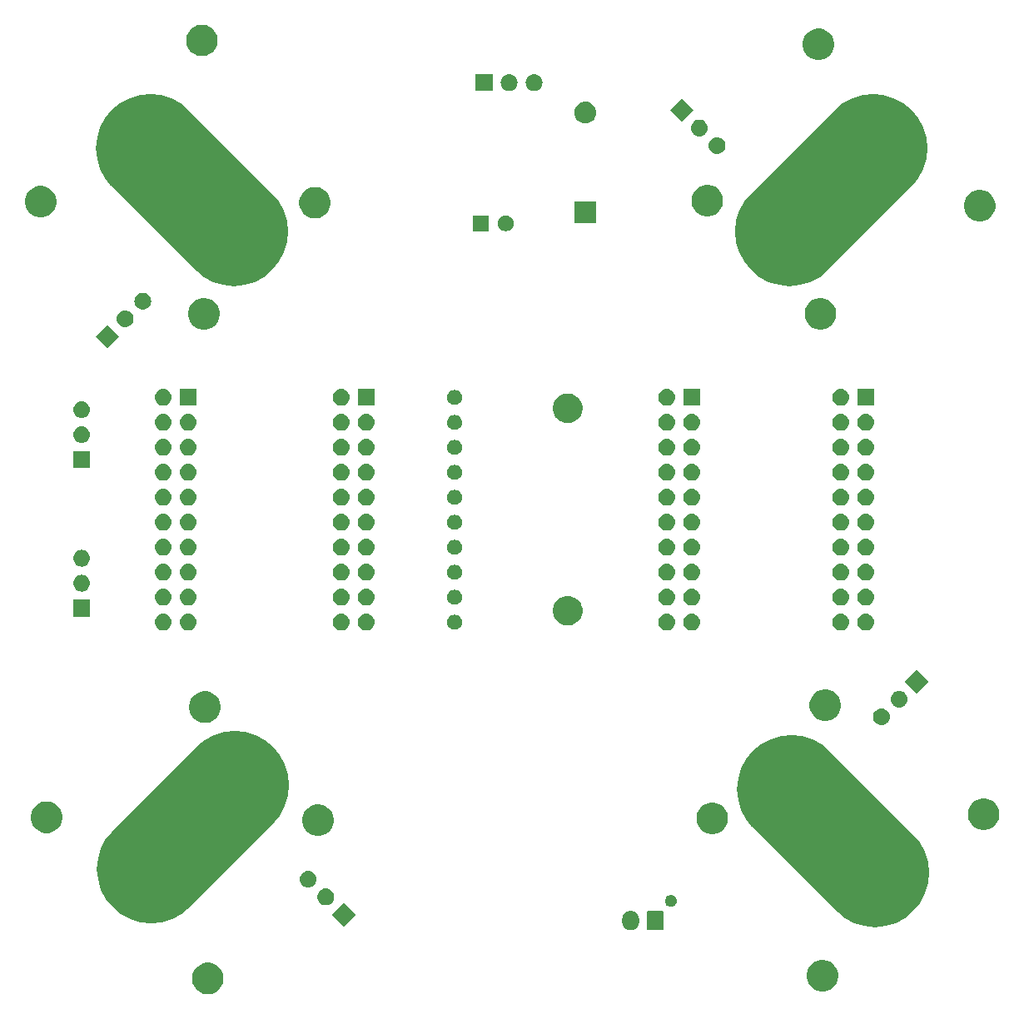
<source format=gbr>
G04 #@! TF.GenerationSoftware,KiCad,Pcbnew,5.0.2-bee76a0~70~ubuntu16.04.1*
G04 #@! TF.CreationDate,2021-09-15T08:57:49+02:00*
G04 #@! TF.ProjectId,axis2,61786973-322e-46b6-9963-61645f706362,rev?*
G04 #@! TF.SameCoordinates,Original*
G04 #@! TF.FileFunction,Soldermask,Bot*
G04 #@! TF.FilePolarity,Negative*
%FSLAX46Y46*%
G04 Gerber Fmt 4.6, Leading zero omitted, Abs format (unit mm)*
G04 Created by KiCad (PCBNEW 5.0.2-bee76a0~70~ubuntu16.04.1) date mer 15 set 2021 08:57:49 CEST*
%MOMM*%
%LPD*%
G01*
G04 APERTURE LIST*
%ADD10C,0.100000*%
G04 APERTURE END LIST*
D10*
G36*
X115966703Y-138461486D02*
X116257883Y-138582097D01*
X116519944Y-138757201D01*
X116742799Y-138980056D01*
X116917903Y-139242117D01*
X117038514Y-139533297D01*
X117100000Y-139842412D01*
X117100000Y-140157588D01*
X117038514Y-140466703D01*
X116917903Y-140757883D01*
X116742799Y-141019944D01*
X116519944Y-141242799D01*
X116257883Y-141417903D01*
X115966703Y-141538514D01*
X115657588Y-141600000D01*
X115342412Y-141600000D01*
X115033297Y-141538514D01*
X114742117Y-141417903D01*
X114480056Y-141242799D01*
X114257201Y-141019944D01*
X114082097Y-140757883D01*
X113961486Y-140466703D01*
X113900000Y-140157588D01*
X113900000Y-139842412D01*
X113961486Y-139533297D01*
X114082097Y-139242117D01*
X114257201Y-138980056D01*
X114480056Y-138757201D01*
X114742117Y-138582097D01*
X115033297Y-138461486D01*
X115342412Y-138400000D01*
X115657588Y-138400000D01*
X115966703Y-138461486D01*
X115966703Y-138461486D01*
G37*
G36*
X178466703Y-138161486D02*
X178757883Y-138282097D01*
X179019944Y-138457201D01*
X179242799Y-138680056D01*
X179417903Y-138942117D01*
X179538514Y-139233297D01*
X179600000Y-139542412D01*
X179600000Y-139857588D01*
X179538514Y-140166703D01*
X179417903Y-140457883D01*
X179242799Y-140719944D01*
X179019944Y-140942799D01*
X178757883Y-141117903D01*
X178466703Y-141238514D01*
X178157588Y-141300000D01*
X177842412Y-141300000D01*
X177533297Y-141238514D01*
X177242117Y-141117903D01*
X176980056Y-140942799D01*
X176757201Y-140719944D01*
X176582097Y-140457883D01*
X176461486Y-140166703D01*
X176400000Y-139857588D01*
X176400000Y-139542412D01*
X176461486Y-139233297D01*
X176582097Y-138942117D01*
X176757201Y-138680056D01*
X176980056Y-138457201D01*
X177242117Y-138282097D01*
X177533297Y-138161486D01*
X177842412Y-138100000D01*
X178157588Y-138100000D01*
X178466703Y-138161486D01*
X178466703Y-138161486D01*
G37*
G36*
X158668630Y-133107799D02*
X158828855Y-133156403D01*
X158976520Y-133235331D01*
X159105949Y-133341551D01*
X159212169Y-133470980D01*
X159262707Y-133565532D01*
X159291097Y-133618645D01*
X159339700Y-133778872D01*
X159339701Y-133778876D01*
X159352000Y-133903749D01*
X159352000Y-134287252D01*
X159339701Y-134412130D01*
X159291097Y-134572355D01*
X159212169Y-134720020D01*
X159105949Y-134849449D01*
X158976524Y-134955666D01*
X158922778Y-134984393D01*
X158828854Y-135034597D01*
X158785685Y-135047692D01*
X158668629Y-135083201D01*
X158502000Y-135099612D01*
X158335370Y-135083201D01*
X158175145Y-135034597D01*
X158027480Y-134955669D01*
X157898051Y-134849449D01*
X157791834Y-134720024D01*
X157758747Y-134658122D01*
X157712903Y-134572354D01*
X157699104Y-134526863D01*
X157664299Y-134412129D01*
X157652000Y-134287251D01*
X157652000Y-133903748D01*
X157664299Y-133778870D01*
X157712903Y-133618645D01*
X157791831Y-133470980D01*
X157898052Y-133341551D01*
X158027481Y-133235331D01*
X158175146Y-133156403D01*
X158335371Y-133107799D01*
X158502000Y-133091388D01*
X158668630Y-133107799D01*
X158668630Y-133107799D01*
G37*
G36*
X161721675Y-133099201D02*
X161751907Y-133108372D01*
X161779769Y-133123265D01*
X161804192Y-133143308D01*
X161824235Y-133167731D01*
X161839128Y-133195593D01*
X161848299Y-133225825D01*
X161852000Y-133263405D01*
X161852000Y-134927595D01*
X161848299Y-134965175D01*
X161839128Y-134995407D01*
X161824235Y-135023269D01*
X161804192Y-135047692D01*
X161779769Y-135067735D01*
X161751907Y-135082628D01*
X161721675Y-135091799D01*
X161684095Y-135095500D01*
X160319905Y-135095500D01*
X160282325Y-135091799D01*
X160252093Y-135082628D01*
X160224231Y-135067735D01*
X160199808Y-135047692D01*
X160179765Y-135023269D01*
X160164872Y-134995407D01*
X160155701Y-134965175D01*
X160152000Y-134927595D01*
X160152000Y-133263405D01*
X160155701Y-133225825D01*
X160164872Y-133195593D01*
X160179765Y-133167731D01*
X160199808Y-133143308D01*
X160224231Y-133123265D01*
X160252093Y-133108372D01*
X160282325Y-133099201D01*
X160319905Y-133095500D01*
X161684095Y-133095500D01*
X161721675Y-133099201D01*
X161721675Y-133099201D01*
G37*
G36*
X175935547Y-115336940D02*
X176972301Y-115651435D01*
X177927779Y-116162149D01*
X178555388Y-116677214D01*
X178555390Y-116677216D01*
X178555396Y-116677221D01*
X187422779Y-125544603D01*
X187422784Y-125544609D01*
X187422786Y-125544611D01*
X187937851Y-126172220D01*
X188448565Y-127127698D01*
X188763060Y-128164452D01*
X188869253Y-129242641D01*
X188763060Y-130320829D01*
X188448565Y-131357584D01*
X187937851Y-132313062D01*
X187250545Y-133150545D01*
X186413062Y-133837851D01*
X185457584Y-134348565D01*
X184420829Y-134663060D01*
X183342641Y-134769253D01*
X182264452Y-134663060D01*
X181227698Y-134348565D01*
X180272220Y-133837851D01*
X179644611Y-133322786D01*
X179644609Y-133322784D01*
X179644603Y-133322779D01*
X170777221Y-124455396D01*
X170777214Y-124455388D01*
X170262149Y-123827779D01*
X169751435Y-122872301D01*
X169436940Y-121835547D01*
X169330747Y-120757359D01*
X169436940Y-119679171D01*
X169751435Y-118642417D01*
X170262149Y-117686939D01*
X170949455Y-116849455D01*
X171786939Y-116162149D01*
X172742417Y-115651435D01*
X173779171Y-115336940D01*
X174857359Y-115230747D01*
X175935547Y-115336940D01*
X175935547Y-115336940D01*
G37*
G36*
X130502082Y-133500000D02*
X129300000Y-134702082D01*
X128097918Y-133500000D01*
X129300000Y-132297918D01*
X130502082Y-133500000D01*
X130502082Y-133500000D01*
G37*
G36*
X119320829Y-114936940D02*
X120357584Y-115251435D01*
X121313062Y-115762149D01*
X122150545Y-116449455D01*
X122837851Y-117286938D01*
X123348565Y-118242416D01*
X123663060Y-119279171D01*
X123769253Y-120357359D01*
X123663060Y-121435548D01*
X123348565Y-122472302D01*
X122837851Y-123427780D01*
X122322786Y-124055389D01*
X122322779Y-124055397D01*
X113455396Y-132922779D01*
X113455390Y-132922784D01*
X113455388Y-132922786D01*
X112827779Y-133437851D01*
X111872301Y-133948565D01*
X110835547Y-134263060D01*
X109757359Y-134369253D01*
X108679171Y-134263060D01*
X107642417Y-133948565D01*
X106686939Y-133437851D01*
X105849455Y-132750545D01*
X105162149Y-131913061D01*
X104651435Y-130957583D01*
X104336940Y-129920829D01*
X104230747Y-128842641D01*
X104336940Y-127764453D01*
X104651435Y-126727699D01*
X105162149Y-125772221D01*
X105677214Y-125144612D01*
X105677216Y-125144610D01*
X105677221Y-125144604D01*
X114544603Y-116277221D01*
X114544609Y-116277216D01*
X114544611Y-116277214D01*
X115172220Y-115762149D01*
X116127698Y-115251435D01*
X117164452Y-114936940D01*
X118242641Y-114830747D01*
X119320829Y-114936940D01*
X119320829Y-114936940D01*
G37*
G36*
X162777012Y-131518557D02*
X162886207Y-131563787D01*
X162984481Y-131629452D01*
X163068048Y-131713019D01*
X163133713Y-131811293D01*
X163178943Y-131920488D01*
X163202000Y-132036404D01*
X163202000Y-132154596D01*
X163178943Y-132270512D01*
X163133713Y-132379707D01*
X163068048Y-132477981D01*
X162984481Y-132561548D01*
X162886207Y-132627213D01*
X162777012Y-132672443D01*
X162661096Y-132695500D01*
X162542904Y-132695500D01*
X162426988Y-132672443D01*
X162317793Y-132627213D01*
X162219519Y-132561548D01*
X162135952Y-132477981D01*
X162070287Y-132379707D01*
X162025057Y-132270512D01*
X162002000Y-132154596D01*
X162002000Y-132036404D01*
X162025057Y-131920488D01*
X162070287Y-131811293D01*
X162135952Y-131713019D01*
X162219519Y-131629452D01*
X162317793Y-131563787D01*
X162426988Y-131518557D01*
X162542904Y-131495500D01*
X162661096Y-131495500D01*
X162777012Y-131518557D01*
X162777012Y-131518557D01*
G37*
G36*
X127670579Y-130866248D02*
X127830804Y-130914852D01*
X127978469Y-130993780D01*
X128107898Y-131100000D01*
X128214118Y-131229429D01*
X128293046Y-131377094D01*
X128341650Y-131537319D01*
X128358061Y-131703949D01*
X128341650Y-131870579D01*
X128293046Y-132030804D01*
X128214118Y-132178469D01*
X128107898Y-132307898D01*
X127978469Y-132414118D01*
X127830804Y-132493046D01*
X127670579Y-132541650D01*
X127545701Y-132553949D01*
X127462197Y-132553949D01*
X127337319Y-132541650D01*
X127177094Y-132493046D01*
X127029429Y-132414118D01*
X126900000Y-132307898D01*
X126793780Y-132178469D01*
X126714852Y-132030804D01*
X126666248Y-131870579D01*
X126649837Y-131703949D01*
X126666248Y-131537319D01*
X126714852Y-131377094D01*
X126793780Y-131229429D01*
X126900000Y-131100000D01*
X127029429Y-130993780D01*
X127177094Y-130914852D01*
X127337319Y-130866248D01*
X127462197Y-130853949D01*
X127545701Y-130853949D01*
X127670579Y-130866248D01*
X127670579Y-130866248D01*
G37*
G36*
X125874528Y-129070197D02*
X126034753Y-129118801D01*
X126182418Y-129197729D01*
X126311847Y-129303949D01*
X126418067Y-129433378D01*
X126496995Y-129581043D01*
X126545599Y-129741268D01*
X126562010Y-129907898D01*
X126545599Y-130074528D01*
X126496995Y-130234753D01*
X126418067Y-130382418D01*
X126311847Y-130511847D01*
X126182418Y-130618067D01*
X126034753Y-130696995D01*
X125874528Y-130745599D01*
X125749650Y-130757898D01*
X125666146Y-130757898D01*
X125541268Y-130745599D01*
X125381043Y-130696995D01*
X125233378Y-130618067D01*
X125103949Y-130511847D01*
X124997729Y-130382418D01*
X124918801Y-130234753D01*
X124870197Y-130074528D01*
X124853786Y-129907898D01*
X124870197Y-129741268D01*
X124918801Y-129581043D01*
X124997729Y-129433378D01*
X125103949Y-129303949D01*
X125233378Y-129197729D01*
X125381043Y-129118801D01*
X125541268Y-129070197D01*
X125666146Y-129057898D01*
X125749650Y-129057898D01*
X125874528Y-129070197D01*
X125874528Y-129070197D01*
G37*
G36*
X127166703Y-122361486D02*
X127457883Y-122482097D01*
X127719944Y-122657201D01*
X127942799Y-122880056D01*
X128117903Y-123142117D01*
X128238514Y-123433297D01*
X128300000Y-123742412D01*
X128300000Y-124057588D01*
X128238514Y-124366703D01*
X128117903Y-124657883D01*
X127942799Y-124919944D01*
X127719944Y-125142799D01*
X127457883Y-125317903D01*
X127166703Y-125438514D01*
X126857588Y-125500000D01*
X126542412Y-125500000D01*
X126233297Y-125438514D01*
X125942117Y-125317903D01*
X125680056Y-125142799D01*
X125457201Y-124919944D01*
X125282097Y-124657883D01*
X125161486Y-124366703D01*
X125100000Y-124057588D01*
X125100000Y-123742412D01*
X125161486Y-123433297D01*
X125282097Y-123142117D01*
X125457201Y-122880056D01*
X125680056Y-122657201D01*
X125942117Y-122482097D01*
X126233297Y-122361486D01*
X126542412Y-122300000D01*
X126857588Y-122300000D01*
X127166703Y-122361486D01*
X127166703Y-122361486D01*
G37*
G36*
X167266703Y-122161486D02*
X167557883Y-122282097D01*
X167819944Y-122457201D01*
X168042799Y-122680056D01*
X168217903Y-122942117D01*
X168338514Y-123233297D01*
X168400000Y-123542412D01*
X168400000Y-123857588D01*
X168338514Y-124166703D01*
X168217903Y-124457883D01*
X168042799Y-124719944D01*
X167819944Y-124942799D01*
X167557883Y-125117903D01*
X167266703Y-125238514D01*
X166957588Y-125300000D01*
X166642412Y-125300000D01*
X166333297Y-125238514D01*
X166042117Y-125117903D01*
X165780056Y-124942799D01*
X165557201Y-124719944D01*
X165382097Y-124457883D01*
X165261486Y-124166703D01*
X165200000Y-123857588D01*
X165200000Y-123542412D01*
X165261486Y-123233297D01*
X165382097Y-122942117D01*
X165557201Y-122680056D01*
X165780056Y-122457201D01*
X166042117Y-122282097D01*
X166333297Y-122161486D01*
X166642412Y-122100000D01*
X166957588Y-122100000D01*
X167266703Y-122161486D01*
X167266703Y-122161486D01*
G37*
G36*
X99566703Y-122061486D02*
X99857883Y-122182097D01*
X100119944Y-122357201D01*
X100342799Y-122580056D01*
X100517903Y-122842117D01*
X100638514Y-123133297D01*
X100700000Y-123442412D01*
X100700000Y-123757588D01*
X100638514Y-124066703D01*
X100517903Y-124357883D01*
X100342799Y-124619944D01*
X100119944Y-124842799D01*
X99857883Y-125017903D01*
X99566703Y-125138514D01*
X99257588Y-125200000D01*
X98942412Y-125200000D01*
X98633297Y-125138514D01*
X98342117Y-125017903D01*
X98080056Y-124842799D01*
X97857201Y-124619944D01*
X97682097Y-124357883D01*
X97561486Y-124066703D01*
X97500000Y-123757588D01*
X97500000Y-123442412D01*
X97561486Y-123133297D01*
X97682097Y-122842117D01*
X97857201Y-122580056D01*
X98080056Y-122357201D01*
X98342117Y-122182097D01*
X98633297Y-122061486D01*
X98942412Y-122000000D01*
X99257588Y-122000000D01*
X99566703Y-122061486D01*
X99566703Y-122061486D01*
G37*
G36*
X194866703Y-121761486D02*
X195157883Y-121882097D01*
X195419944Y-122057201D01*
X195642799Y-122280056D01*
X195817903Y-122542117D01*
X195938514Y-122833297D01*
X196000000Y-123142412D01*
X196000000Y-123457588D01*
X195938514Y-123766703D01*
X195817903Y-124057883D01*
X195642799Y-124319944D01*
X195419944Y-124542799D01*
X195157883Y-124717903D01*
X194866703Y-124838514D01*
X194557588Y-124900000D01*
X194242412Y-124900000D01*
X193933297Y-124838514D01*
X193642117Y-124717903D01*
X193380056Y-124542799D01*
X193157201Y-124319944D01*
X192982097Y-124057883D01*
X192861486Y-123766703D01*
X192800000Y-123457588D01*
X192800000Y-123142412D01*
X192861486Y-122833297D01*
X192982097Y-122542117D01*
X193157201Y-122280056D01*
X193380056Y-122057201D01*
X193642117Y-121882097D01*
X193933297Y-121761486D01*
X194242412Y-121700000D01*
X194557588Y-121700000D01*
X194866703Y-121761486D01*
X194866703Y-121761486D01*
G37*
G36*
X184174528Y-112554401D02*
X184334753Y-112603005D01*
X184482418Y-112681933D01*
X184611847Y-112788153D01*
X184718067Y-112917582D01*
X184796995Y-113065247D01*
X184845599Y-113225472D01*
X184862010Y-113392102D01*
X184845599Y-113558732D01*
X184796995Y-113718957D01*
X184718067Y-113866622D01*
X184611847Y-113996051D01*
X184482418Y-114102271D01*
X184334753Y-114181199D01*
X184174528Y-114229803D01*
X184049650Y-114242102D01*
X183966146Y-114242102D01*
X183841268Y-114229803D01*
X183681043Y-114181199D01*
X183533378Y-114102271D01*
X183403949Y-113996051D01*
X183297729Y-113866622D01*
X183218801Y-113718957D01*
X183170197Y-113558732D01*
X183153786Y-113392102D01*
X183170197Y-113225472D01*
X183218801Y-113065247D01*
X183297729Y-112917582D01*
X183403949Y-112788153D01*
X183533378Y-112681933D01*
X183681043Y-112603005D01*
X183841268Y-112554401D01*
X183966146Y-112542102D01*
X184049650Y-112542102D01*
X184174528Y-112554401D01*
X184174528Y-112554401D01*
G37*
G36*
X115666703Y-110861486D02*
X115957883Y-110982097D01*
X116219944Y-111157201D01*
X116442799Y-111380056D01*
X116617903Y-111642117D01*
X116738514Y-111933297D01*
X116800000Y-112242412D01*
X116800000Y-112557588D01*
X116738514Y-112866703D01*
X116617903Y-113157883D01*
X116442799Y-113419944D01*
X116219944Y-113642799D01*
X115957883Y-113817903D01*
X115666703Y-113938514D01*
X115357588Y-114000000D01*
X115042412Y-114000000D01*
X114733297Y-113938514D01*
X114442117Y-113817903D01*
X114180056Y-113642799D01*
X113957201Y-113419944D01*
X113782097Y-113157883D01*
X113661486Y-112866703D01*
X113600000Y-112557588D01*
X113600000Y-112242412D01*
X113661486Y-111933297D01*
X113782097Y-111642117D01*
X113957201Y-111380056D01*
X114180056Y-111157201D01*
X114442117Y-110982097D01*
X114733297Y-110861486D01*
X115042412Y-110800000D01*
X115357588Y-110800000D01*
X115666703Y-110861486D01*
X115666703Y-110861486D01*
G37*
G36*
X178766703Y-110661486D02*
X179057883Y-110782097D01*
X179319944Y-110957201D01*
X179542799Y-111180056D01*
X179717903Y-111442117D01*
X179838514Y-111733297D01*
X179900000Y-112042412D01*
X179900000Y-112357588D01*
X179838514Y-112666703D01*
X179717903Y-112957883D01*
X179542799Y-113219944D01*
X179319944Y-113442799D01*
X179057883Y-113617903D01*
X178766703Y-113738514D01*
X178457588Y-113800000D01*
X178142412Y-113800000D01*
X177833297Y-113738514D01*
X177542117Y-113617903D01*
X177280056Y-113442799D01*
X177057201Y-113219944D01*
X176882097Y-112957883D01*
X176761486Y-112666703D01*
X176700000Y-112357588D01*
X176700000Y-112042412D01*
X176761486Y-111733297D01*
X176882097Y-111442117D01*
X177057201Y-111180056D01*
X177280056Y-110957201D01*
X177542117Y-110782097D01*
X177833297Y-110661486D01*
X178142412Y-110600000D01*
X178457588Y-110600000D01*
X178766703Y-110661486D01*
X178766703Y-110661486D01*
G37*
G36*
X185970579Y-110758350D02*
X186130804Y-110806954D01*
X186278469Y-110885882D01*
X186407898Y-110992102D01*
X186514118Y-111121531D01*
X186593046Y-111269196D01*
X186641650Y-111429421D01*
X186658061Y-111596051D01*
X186641650Y-111762681D01*
X186593046Y-111922906D01*
X186514118Y-112070571D01*
X186407898Y-112200000D01*
X186278469Y-112306220D01*
X186130804Y-112385148D01*
X185970579Y-112433752D01*
X185845701Y-112446051D01*
X185762197Y-112446051D01*
X185637319Y-112433752D01*
X185477094Y-112385148D01*
X185329429Y-112306220D01*
X185200000Y-112200000D01*
X185093780Y-112070571D01*
X185014852Y-111922906D01*
X184966248Y-111762681D01*
X184949837Y-111596051D01*
X184966248Y-111429421D01*
X185014852Y-111269196D01*
X185093780Y-111121531D01*
X185200000Y-110992102D01*
X185329429Y-110885882D01*
X185477094Y-110806954D01*
X185637319Y-110758350D01*
X185762197Y-110746051D01*
X185845701Y-110746051D01*
X185970579Y-110758350D01*
X185970579Y-110758350D01*
G37*
G36*
X188802082Y-109800000D02*
X187600000Y-111002082D01*
X186397918Y-109800000D01*
X187600000Y-108597918D01*
X188802082Y-109800000D01*
X188802082Y-109800000D01*
G37*
G36*
X113666630Y-102922299D02*
X113826855Y-102970903D01*
X113974520Y-103049831D01*
X114103949Y-103156051D01*
X114210169Y-103285480D01*
X114289097Y-103433145D01*
X114337701Y-103593370D01*
X114354112Y-103760000D01*
X114337701Y-103926630D01*
X114289097Y-104086855D01*
X114210169Y-104234520D01*
X114103949Y-104363949D01*
X113974520Y-104470169D01*
X113826855Y-104549097D01*
X113666630Y-104597701D01*
X113541752Y-104610000D01*
X113458248Y-104610000D01*
X113333370Y-104597701D01*
X113173145Y-104549097D01*
X113025480Y-104470169D01*
X112896051Y-104363949D01*
X112789831Y-104234520D01*
X112710903Y-104086855D01*
X112662299Y-103926630D01*
X112645888Y-103760000D01*
X112662299Y-103593370D01*
X112710903Y-103433145D01*
X112789831Y-103285480D01*
X112896051Y-103156051D01*
X113025480Y-103049831D01*
X113173145Y-102970903D01*
X113333370Y-102922299D01*
X113458248Y-102910000D01*
X113541752Y-102910000D01*
X113666630Y-102922299D01*
X113666630Y-102922299D01*
G37*
G36*
X164866630Y-102922299D02*
X165026855Y-102970903D01*
X165174520Y-103049831D01*
X165303949Y-103156051D01*
X165410169Y-103285480D01*
X165489097Y-103433145D01*
X165537701Y-103593370D01*
X165554112Y-103760000D01*
X165537701Y-103926630D01*
X165489097Y-104086855D01*
X165410169Y-104234520D01*
X165303949Y-104363949D01*
X165174520Y-104470169D01*
X165026855Y-104549097D01*
X164866630Y-104597701D01*
X164741752Y-104610000D01*
X164658248Y-104610000D01*
X164533370Y-104597701D01*
X164373145Y-104549097D01*
X164225480Y-104470169D01*
X164096051Y-104363949D01*
X163989831Y-104234520D01*
X163910903Y-104086855D01*
X163862299Y-103926630D01*
X163845888Y-103760000D01*
X163862299Y-103593370D01*
X163910903Y-103433145D01*
X163989831Y-103285480D01*
X164096051Y-103156051D01*
X164225480Y-103049831D01*
X164373145Y-102970903D01*
X164533370Y-102922299D01*
X164658248Y-102910000D01*
X164741752Y-102910000D01*
X164866630Y-102922299D01*
X164866630Y-102922299D01*
G37*
G36*
X162326630Y-102922299D02*
X162486855Y-102970903D01*
X162634520Y-103049831D01*
X162763949Y-103156051D01*
X162870169Y-103285480D01*
X162949097Y-103433145D01*
X162997701Y-103593370D01*
X163014112Y-103760000D01*
X162997701Y-103926630D01*
X162949097Y-104086855D01*
X162870169Y-104234520D01*
X162763949Y-104363949D01*
X162634520Y-104470169D01*
X162486855Y-104549097D01*
X162326630Y-104597701D01*
X162201752Y-104610000D01*
X162118248Y-104610000D01*
X161993370Y-104597701D01*
X161833145Y-104549097D01*
X161685480Y-104470169D01*
X161556051Y-104363949D01*
X161449831Y-104234520D01*
X161370903Y-104086855D01*
X161322299Y-103926630D01*
X161305888Y-103760000D01*
X161322299Y-103593370D01*
X161370903Y-103433145D01*
X161449831Y-103285480D01*
X161556051Y-103156051D01*
X161685480Y-103049831D01*
X161833145Y-102970903D01*
X161993370Y-102922299D01*
X162118248Y-102910000D01*
X162201752Y-102910000D01*
X162326630Y-102922299D01*
X162326630Y-102922299D01*
G37*
G36*
X131766630Y-102922299D02*
X131926855Y-102970903D01*
X132074520Y-103049831D01*
X132203949Y-103156051D01*
X132310169Y-103285480D01*
X132389097Y-103433145D01*
X132437701Y-103593370D01*
X132454112Y-103760000D01*
X132437701Y-103926630D01*
X132389097Y-104086855D01*
X132310169Y-104234520D01*
X132203949Y-104363949D01*
X132074520Y-104470169D01*
X131926855Y-104549097D01*
X131766630Y-104597701D01*
X131641752Y-104610000D01*
X131558248Y-104610000D01*
X131433370Y-104597701D01*
X131273145Y-104549097D01*
X131125480Y-104470169D01*
X130996051Y-104363949D01*
X130889831Y-104234520D01*
X130810903Y-104086855D01*
X130762299Y-103926630D01*
X130745888Y-103760000D01*
X130762299Y-103593370D01*
X130810903Y-103433145D01*
X130889831Y-103285480D01*
X130996051Y-103156051D01*
X131125480Y-103049831D01*
X131273145Y-102970903D01*
X131433370Y-102922299D01*
X131558248Y-102910000D01*
X131641752Y-102910000D01*
X131766630Y-102922299D01*
X131766630Y-102922299D01*
G37*
G36*
X129226630Y-102922299D02*
X129386855Y-102970903D01*
X129534520Y-103049831D01*
X129663949Y-103156051D01*
X129770169Y-103285480D01*
X129849097Y-103433145D01*
X129897701Y-103593370D01*
X129914112Y-103760000D01*
X129897701Y-103926630D01*
X129849097Y-104086855D01*
X129770169Y-104234520D01*
X129663949Y-104363949D01*
X129534520Y-104470169D01*
X129386855Y-104549097D01*
X129226630Y-104597701D01*
X129101752Y-104610000D01*
X129018248Y-104610000D01*
X128893370Y-104597701D01*
X128733145Y-104549097D01*
X128585480Y-104470169D01*
X128456051Y-104363949D01*
X128349831Y-104234520D01*
X128270903Y-104086855D01*
X128222299Y-103926630D01*
X128205888Y-103760000D01*
X128222299Y-103593370D01*
X128270903Y-103433145D01*
X128349831Y-103285480D01*
X128456051Y-103156051D01*
X128585480Y-103049831D01*
X128733145Y-102970903D01*
X128893370Y-102922299D01*
X129018248Y-102910000D01*
X129101752Y-102910000D01*
X129226630Y-102922299D01*
X129226630Y-102922299D01*
G37*
G36*
X111126630Y-102922299D02*
X111286855Y-102970903D01*
X111434520Y-103049831D01*
X111563949Y-103156051D01*
X111670169Y-103285480D01*
X111749097Y-103433145D01*
X111797701Y-103593370D01*
X111814112Y-103760000D01*
X111797701Y-103926630D01*
X111749097Y-104086855D01*
X111670169Y-104234520D01*
X111563949Y-104363949D01*
X111434520Y-104470169D01*
X111286855Y-104549097D01*
X111126630Y-104597701D01*
X111001752Y-104610000D01*
X110918248Y-104610000D01*
X110793370Y-104597701D01*
X110633145Y-104549097D01*
X110485480Y-104470169D01*
X110356051Y-104363949D01*
X110249831Y-104234520D01*
X110170903Y-104086855D01*
X110122299Y-103926630D01*
X110105888Y-103760000D01*
X110122299Y-103593370D01*
X110170903Y-103433145D01*
X110249831Y-103285480D01*
X110356051Y-103156051D01*
X110485480Y-103049831D01*
X110633145Y-102970903D01*
X110793370Y-102922299D01*
X110918248Y-102910000D01*
X111001752Y-102910000D01*
X111126630Y-102922299D01*
X111126630Y-102922299D01*
G37*
G36*
X182566630Y-102922299D02*
X182726855Y-102970903D01*
X182874520Y-103049831D01*
X183003949Y-103156051D01*
X183110169Y-103285480D01*
X183189097Y-103433145D01*
X183237701Y-103593370D01*
X183254112Y-103760000D01*
X183237701Y-103926630D01*
X183189097Y-104086855D01*
X183110169Y-104234520D01*
X183003949Y-104363949D01*
X182874520Y-104470169D01*
X182726855Y-104549097D01*
X182566630Y-104597701D01*
X182441752Y-104610000D01*
X182358248Y-104610000D01*
X182233370Y-104597701D01*
X182073145Y-104549097D01*
X181925480Y-104470169D01*
X181796051Y-104363949D01*
X181689831Y-104234520D01*
X181610903Y-104086855D01*
X181562299Y-103926630D01*
X181545888Y-103760000D01*
X181562299Y-103593370D01*
X181610903Y-103433145D01*
X181689831Y-103285480D01*
X181796051Y-103156051D01*
X181925480Y-103049831D01*
X182073145Y-102970903D01*
X182233370Y-102922299D01*
X182358248Y-102910000D01*
X182441752Y-102910000D01*
X182566630Y-102922299D01*
X182566630Y-102922299D01*
G37*
G36*
X180026630Y-102922299D02*
X180186855Y-102970903D01*
X180334520Y-103049831D01*
X180463949Y-103156051D01*
X180570169Y-103285480D01*
X180649097Y-103433145D01*
X180697701Y-103593370D01*
X180714112Y-103760000D01*
X180697701Y-103926630D01*
X180649097Y-104086855D01*
X180570169Y-104234520D01*
X180463949Y-104363949D01*
X180334520Y-104470169D01*
X180186855Y-104549097D01*
X180026630Y-104597701D01*
X179901752Y-104610000D01*
X179818248Y-104610000D01*
X179693370Y-104597701D01*
X179533145Y-104549097D01*
X179385480Y-104470169D01*
X179256051Y-104363949D01*
X179149831Y-104234520D01*
X179070903Y-104086855D01*
X179022299Y-103926630D01*
X179005888Y-103760000D01*
X179022299Y-103593370D01*
X179070903Y-103433145D01*
X179149831Y-103285480D01*
X179256051Y-103156051D01*
X179385480Y-103049831D01*
X179533145Y-102970903D01*
X179693370Y-102922299D01*
X179818248Y-102910000D01*
X179901752Y-102910000D01*
X180026630Y-102922299D01*
X180026630Y-102922299D01*
G37*
G36*
X140773195Y-103017522D02*
X140822267Y-103027283D01*
X140876705Y-103049832D01*
X140960942Y-103084724D01*
X141085750Y-103168118D01*
X141191882Y-103274250D01*
X141275276Y-103399058D01*
X141332717Y-103537734D01*
X141362000Y-103684948D01*
X141362000Y-103835052D01*
X141332717Y-103982266D01*
X141275276Y-104120942D01*
X141191882Y-104245750D01*
X141085750Y-104351882D01*
X141085747Y-104351884D01*
X140960942Y-104435276D01*
X140822267Y-104492717D01*
X140773195Y-104502478D01*
X140675052Y-104522000D01*
X140524948Y-104522000D01*
X140426805Y-104502478D01*
X140377733Y-104492717D01*
X140239058Y-104435276D01*
X140114253Y-104351884D01*
X140114250Y-104351882D01*
X140008118Y-104245750D01*
X139924724Y-104120942D01*
X139867283Y-103982266D01*
X139838000Y-103835052D01*
X139838000Y-103684948D01*
X139867283Y-103537734D01*
X139924724Y-103399058D01*
X140008118Y-103274250D01*
X140114250Y-103168118D01*
X140239058Y-103084724D01*
X140323295Y-103049832D01*
X140377733Y-103027283D01*
X140426805Y-103017522D01*
X140524948Y-102998000D01*
X140675052Y-102998000D01*
X140773195Y-103017522D01*
X140773195Y-103017522D01*
G37*
G36*
X152440935Y-101138429D02*
X152537534Y-101157644D01*
X152810517Y-101270717D01*
X152983992Y-101386630D01*
X153056197Y-101434876D01*
X153265124Y-101643803D01*
X153265126Y-101643806D01*
X153429283Y-101889483D01*
X153498961Y-102057700D01*
X153542356Y-102162467D01*
X153600000Y-102452261D01*
X153600000Y-102747739D01*
X153542356Y-103037533D01*
X153429284Y-103310515D01*
X153265124Y-103556197D01*
X153056197Y-103765124D01*
X153056194Y-103765126D01*
X152810517Y-103929283D01*
X152537534Y-104042356D01*
X152440935Y-104061571D01*
X152247739Y-104100000D01*
X151952261Y-104100000D01*
X151759065Y-104061571D01*
X151662466Y-104042356D01*
X151389483Y-103929283D01*
X151143806Y-103765126D01*
X151143803Y-103765124D01*
X150934876Y-103556197D01*
X150770716Y-103310515D01*
X150657644Y-103037533D01*
X150600000Y-102747739D01*
X150600000Y-102452261D01*
X150657644Y-102162467D01*
X150701040Y-102057700D01*
X150770717Y-101889483D01*
X150934874Y-101643806D01*
X150934876Y-101643803D01*
X151143803Y-101434876D01*
X151216008Y-101386630D01*
X151389483Y-101270717D01*
X151662466Y-101157644D01*
X151759065Y-101138429D01*
X151952261Y-101100000D01*
X152247739Y-101100000D01*
X152440935Y-101138429D01*
X152440935Y-101138429D01*
G37*
G36*
X103520347Y-103182392D02*
X101820347Y-103182392D01*
X101820347Y-101482392D01*
X103520347Y-101482392D01*
X103520347Y-103182392D01*
X103520347Y-103182392D01*
G37*
G36*
X182566630Y-100382299D02*
X182726855Y-100430903D01*
X182874520Y-100509831D01*
X183003949Y-100616051D01*
X183110169Y-100745480D01*
X183189097Y-100893145D01*
X183237701Y-101053370D01*
X183254112Y-101220000D01*
X183237701Y-101386630D01*
X183189097Y-101546855D01*
X183110169Y-101694520D01*
X183003949Y-101823949D01*
X182874520Y-101930169D01*
X182726855Y-102009097D01*
X182566630Y-102057701D01*
X182441752Y-102070000D01*
X182358248Y-102070000D01*
X182233370Y-102057701D01*
X182073145Y-102009097D01*
X181925480Y-101930169D01*
X181796051Y-101823949D01*
X181689831Y-101694520D01*
X181610903Y-101546855D01*
X181562299Y-101386630D01*
X181545888Y-101220000D01*
X181562299Y-101053370D01*
X181610903Y-100893145D01*
X181689831Y-100745480D01*
X181796051Y-100616051D01*
X181925480Y-100509831D01*
X182073145Y-100430903D01*
X182233370Y-100382299D01*
X182358248Y-100370000D01*
X182441752Y-100370000D01*
X182566630Y-100382299D01*
X182566630Y-100382299D01*
G37*
G36*
X111126630Y-100382299D02*
X111286855Y-100430903D01*
X111434520Y-100509831D01*
X111563949Y-100616051D01*
X111670169Y-100745480D01*
X111749097Y-100893145D01*
X111797701Y-101053370D01*
X111814112Y-101220000D01*
X111797701Y-101386630D01*
X111749097Y-101546855D01*
X111670169Y-101694520D01*
X111563949Y-101823949D01*
X111434520Y-101930169D01*
X111286855Y-102009097D01*
X111126630Y-102057701D01*
X111001752Y-102070000D01*
X110918248Y-102070000D01*
X110793370Y-102057701D01*
X110633145Y-102009097D01*
X110485480Y-101930169D01*
X110356051Y-101823949D01*
X110249831Y-101694520D01*
X110170903Y-101546855D01*
X110122299Y-101386630D01*
X110105888Y-101220000D01*
X110122299Y-101053370D01*
X110170903Y-100893145D01*
X110249831Y-100745480D01*
X110356051Y-100616051D01*
X110485480Y-100509831D01*
X110633145Y-100430903D01*
X110793370Y-100382299D01*
X110918248Y-100370000D01*
X111001752Y-100370000D01*
X111126630Y-100382299D01*
X111126630Y-100382299D01*
G37*
G36*
X180026630Y-100382299D02*
X180186855Y-100430903D01*
X180334520Y-100509831D01*
X180463949Y-100616051D01*
X180570169Y-100745480D01*
X180649097Y-100893145D01*
X180697701Y-101053370D01*
X180714112Y-101220000D01*
X180697701Y-101386630D01*
X180649097Y-101546855D01*
X180570169Y-101694520D01*
X180463949Y-101823949D01*
X180334520Y-101930169D01*
X180186855Y-102009097D01*
X180026630Y-102057701D01*
X179901752Y-102070000D01*
X179818248Y-102070000D01*
X179693370Y-102057701D01*
X179533145Y-102009097D01*
X179385480Y-101930169D01*
X179256051Y-101823949D01*
X179149831Y-101694520D01*
X179070903Y-101546855D01*
X179022299Y-101386630D01*
X179005888Y-101220000D01*
X179022299Y-101053370D01*
X179070903Y-100893145D01*
X179149831Y-100745480D01*
X179256051Y-100616051D01*
X179385480Y-100509831D01*
X179533145Y-100430903D01*
X179693370Y-100382299D01*
X179818248Y-100370000D01*
X179901752Y-100370000D01*
X180026630Y-100382299D01*
X180026630Y-100382299D01*
G37*
G36*
X164866630Y-100382299D02*
X165026855Y-100430903D01*
X165174520Y-100509831D01*
X165303949Y-100616051D01*
X165410169Y-100745480D01*
X165489097Y-100893145D01*
X165537701Y-101053370D01*
X165554112Y-101220000D01*
X165537701Y-101386630D01*
X165489097Y-101546855D01*
X165410169Y-101694520D01*
X165303949Y-101823949D01*
X165174520Y-101930169D01*
X165026855Y-102009097D01*
X164866630Y-102057701D01*
X164741752Y-102070000D01*
X164658248Y-102070000D01*
X164533370Y-102057701D01*
X164373145Y-102009097D01*
X164225480Y-101930169D01*
X164096051Y-101823949D01*
X163989831Y-101694520D01*
X163910903Y-101546855D01*
X163862299Y-101386630D01*
X163845888Y-101220000D01*
X163862299Y-101053370D01*
X163910903Y-100893145D01*
X163989831Y-100745480D01*
X164096051Y-100616051D01*
X164225480Y-100509831D01*
X164373145Y-100430903D01*
X164533370Y-100382299D01*
X164658248Y-100370000D01*
X164741752Y-100370000D01*
X164866630Y-100382299D01*
X164866630Y-100382299D01*
G37*
G36*
X131766630Y-100382299D02*
X131926855Y-100430903D01*
X132074520Y-100509831D01*
X132203949Y-100616051D01*
X132310169Y-100745480D01*
X132389097Y-100893145D01*
X132437701Y-101053370D01*
X132454112Y-101220000D01*
X132437701Y-101386630D01*
X132389097Y-101546855D01*
X132310169Y-101694520D01*
X132203949Y-101823949D01*
X132074520Y-101930169D01*
X131926855Y-102009097D01*
X131766630Y-102057701D01*
X131641752Y-102070000D01*
X131558248Y-102070000D01*
X131433370Y-102057701D01*
X131273145Y-102009097D01*
X131125480Y-101930169D01*
X130996051Y-101823949D01*
X130889831Y-101694520D01*
X130810903Y-101546855D01*
X130762299Y-101386630D01*
X130745888Y-101220000D01*
X130762299Y-101053370D01*
X130810903Y-100893145D01*
X130889831Y-100745480D01*
X130996051Y-100616051D01*
X131125480Y-100509831D01*
X131273145Y-100430903D01*
X131433370Y-100382299D01*
X131558248Y-100370000D01*
X131641752Y-100370000D01*
X131766630Y-100382299D01*
X131766630Y-100382299D01*
G37*
G36*
X162326630Y-100382299D02*
X162486855Y-100430903D01*
X162634520Y-100509831D01*
X162763949Y-100616051D01*
X162870169Y-100745480D01*
X162949097Y-100893145D01*
X162997701Y-101053370D01*
X163014112Y-101220000D01*
X162997701Y-101386630D01*
X162949097Y-101546855D01*
X162870169Y-101694520D01*
X162763949Y-101823949D01*
X162634520Y-101930169D01*
X162486855Y-102009097D01*
X162326630Y-102057701D01*
X162201752Y-102070000D01*
X162118248Y-102070000D01*
X161993370Y-102057701D01*
X161833145Y-102009097D01*
X161685480Y-101930169D01*
X161556051Y-101823949D01*
X161449831Y-101694520D01*
X161370903Y-101546855D01*
X161322299Y-101386630D01*
X161305888Y-101220000D01*
X161322299Y-101053370D01*
X161370903Y-100893145D01*
X161449831Y-100745480D01*
X161556051Y-100616051D01*
X161685480Y-100509831D01*
X161833145Y-100430903D01*
X161993370Y-100382299D01*
X162118248Y-100370000D01*
X162201752Y-100370000D01*
X162326630Y-100382299D01*
X162326630Y-100382299D01*
G37*
G36*
X113666630Y-100382299D02*
X113826855Y-100430903D01*
X113974520Y-100509831D01*
X114103949Y-100616051D01*
X114210169Y-100745480D01*
X114289097Y-100893145D01*
X114337701Y-101053370D01*
X114354112Y-101220000D01*
X114337701Y-101386630D01*
X114289097Y-101546855D01*
X114210169Y-101694520D01*
X114103949Y-101823949D01*
X113974520Y-101930169D01*
X113826855Y-102009097D01*
X113666630Y-102057701D01*
X113541752Y-102070000D01*
X113458248Y-102070000D01*
X113333370Y-102057701D01*
X113173145Y-102009097D01*
X113025480Y-101930169D01*
X112896051Y-101823949D01*
X112789831Y-101694520D01*
X112710903Y-101546855D01*
X112662299Y-101386630D01*
X112645888Y-101220000D01*
X112662299Y-101053370D01*
X112710903Y-100893145D01*
X112789831Y-100745480D01*
X112896051Y-100616051D01*
X113025480Y-100509831D01*
X113173145Y-100430903D01*
X113333370Y-100382299D01*
X113458248Y-100370000D01*
X113541752Y-100370000D01*
X113666630Y-100382299D01*
X113666630Y-100382299D01*
G37*
G36*
X129226630Y-100382299D02*
X129386855Y-100430903D01*
X129534520Y-100509831D01*
X129663949Y-100616051D01*
X129770169Y-100745480D01*
X129849097Y-100893145D01*
X129897701Y-101053370D01*
X129914112Y-101220000D01*
X129897701Y-101386630D01*
X129849097Y-101546855D01*
X129770169Y-101694520D01*
X129663949Y-101823949D01*
X129534520Y-101930169D01*
X129386855Y-102009097D01*
X129226630Y-102057701D01*
X129101752Y-102070000D01*
X129018248Y-102070000D01*
X128893370Y-102057701D01*
X128733145Y-102009097D01*
X128585480Y-101930169D01*
X128456051Y-101823949D01*
X128349831Y-101694520D01*
X128270903Y-101546855D01*
X128222299Y-101386630D01*
X128205888Y-101220000D01*
X128222299Y-101053370D01*
X128270903Y-100893145D01*
X128349831Y-100745480D01*
X128456051Y-100616051D01*
X128585480Y-100509831D01*
X128733145Y-100430903D01*
X128893370Y-100382299D01*
X129018248Y-100370000D01*
X129101752Y-100370000D01*
X129226630Y-100382299D01*
X129226630Y-100382299D01*
G37*
G36*
X140773195Y-100477522D02*
X140822267Y-100487283D01*
X140876705Y-100509832D01*
X140960942Y-100544724D01*
X141085750Y-100628118D01*
X141191882Y-100734250D01*
X141191884Y-100734253D01*
X141275276Y-100859058D01*
X141332717Y-100997733D01*
X141362000Y-101144950D01*
X141362000Y-101295050D01*
X141332717Y-101442267D01*
X141289395Y-101546855D01*
X141275276Y-101580942D01*
X141191882Y-101705750D01*
X141085750Y-101811882D01*
X141085747Y-101811884D01*
X140960942Y-101895276D01*
X140822267Y-101952717D01*
X140773195Y-101962478D01*
X140675052Y-101982000D01*
X140524948Y-101982000D01*
X140426805Y-101962478D01*
X140377733Y-101952717D01*
X140239058Y-101895276D01*
X140114253Y-101811884D01*
X140114250Y-101811882D01*
X140008118Y-101705750D01*
X139924724Y-101580942D01*
X139910605Y-101546855D01*
X139867283Y-101442267D01*
X139838000Y-101295050D01*
X139838000Y-101144950D01*
X139867283Y-100997733D01*
X139924724Y-100859058D01*
X140008116Y-100734253D01*
X140008118Y-100734250D01*
X140114250Y-100628118D01*
X140239058Y-100544724D01*
X140323295Y-100509832D01*
X140377733Y-100487283D01*
X140426805Y-100477522D01*
X140524948Y-100458000D01*
X140675052Y-100458000D01*
X140773195Y-100477522D01*
X140773195Y-100477522D01*
G37*
G36*
X102836977Y-98954691D02*
X102997202Y-99003295D01*
X103144867Y-99082223D01*
X103274296Y-99188443D01*
X103380516Y-99317872D01*
X103459444Y-99465537D01*
X103508048Y-99625762D01*
X103524459Y-99792392D01*
X103508048Y-99959022D01*
X103459444Y-100119247D01*
X103380516Y-100266912D01*
X103274296Y-100396341D01*
X103144867Y-100502561D01*
X102997202Y-100581489D01*
X102836977Y-100630093D01*
X102712099Y-100642392D01*
X102628595Y-100642392D01*
X102503717Y-100630093D01*
X102343492Y-100581489D01*
X102195827Y-100502561D01*
X102066398Y-100396341D01*
X101960178Y-100266912D01*
X101881250Y-100119247D01*
X101832646Y-99959022D01*
X101816235Y-99792392D01*
X101832646Y-99625762D01*
X101881250Y-99465537D01*
X101960178Y-99317872D01*
X102066398Y-99188443D01*
X102195827Y-99082223D01*
X102343492Y-99003295D01*
X102503717Y-98954691D01*
X102628595Y-98942392D01*
X102712099Y-98942392D01*
X102836977Y-98954691D01*
X102836977Y-98954691D01*
G37*
G36*
X131766630Y-97842299D02*
X131926855Y-97890903D01*
X132074520Y-97969831D01*
X132203949Y-98076051D01*
X132310169Y-98205480D01*
X132389097Y-98353145D01*
X132437701Y-98513370D01*
X132454112Y-98680000D01*
X132437701Y-98846630D01*
X132389097Y-99006855D01*
X132310169Y-99154520D01*
X132203949Y-99283949D01*
X132074520Y-99390169D01*
X131926855Y-99469097D01*
X131766630Y-99517701D01*
X131641752Y-99530000D01*
X131558248Y-99530000D01*
X131433370Y-99517701D01*
X131273145Y-99469097D01*
X131125480Y-99390169D01*
X130996051Y-99283949D01*
X130889831Y-99154520D01*
X130810903Y-99006855D01*
X130762299Y-98846630D01*
X130745888Y-98680000D01*
X130762299Y-98513370D01*
X130810903Y-98353145D01*
X130889831Y-98205480D01*
X130996051Y-98076051D01*
X131125480Y-97969831D01*
X131273145Y-97890903D01*
X131433370Y-97842299D01*
X131558248Y-97830000D01*
X131641752Y-97830000D01*
X131766630Y-97842299D01*
X131766630Y-97842299D01*
G37*
G36*
X113666630Y-97842299D02*
X113826855Y-97890903D01*
X113974520Y-97969831D01*
X114103949Y-98076051D01*
X114210169Y-98205480D01*
X114289097Y-98353145D01*
X114337701Y-98513370D01*
X114354112Y-98680000D01*
X114337701Y-98846630D01*
X114289097Y-99006855D01*
X114210169Y-99154520D01*
X114103949Y-99283949D01*
X113974520Y-99390169D01*
X113826855Y-99469097D01*
X113666630Y-99517701D01*
X113541752Y-99530000D01*
X113458248Y-99530000D01*
X113333370Y-99517701D01*
X113173145Y-99469097D01*
X113025480Y-99390169D01*
X112896051Y-99283949D01*
X112789831Y-99154520D01*
X112710903Y-99006855D01*
X112662299Y-98846630D01*
X112645888Y-98680000D01*
X112662299Y-98513370D01*
X112710903Y-98353145D01*
X112789831Y-98205480D01*
X112896051Y-98076051D01*
X113025480Y-97969831D01*
X113173145Y-97890903D01*
X113333370Y-97842299D01*
X113458248Y-97830000D01*
X113541752Y-97830000D01*
X113666630Y-97842299D01*
X113666630Y-97842299D01*
G37*
G36*
X111126630Y-97842299D02*
X111286855Y-97890903D01*
X111434520Y-97969831D01*
X111563949Y-98076051D01*
X111670169Y-98205480D01*
X111749097Y-98353145D01*
X111797701Y-98513370D01*
X111814112Y-98680000D01*
X111797701Y-98846630D01*
X111749097Y-99006855D01*
X111670169Y-99154520D01*
X111563949Y-99283949D01*
X111434520Y-99390169D01*
X111286855Y-99469097D01*
X111126630Y-99517701D01*
X111001752Y-99530000D01*
X110918248Y-99530000D01*
X110793370Y-99517701D01*
X110633145Y-99469097D01*
X110485480Y-99390169D01*
X110356051Y-99283949D01*
X110249831Y-99154520D01*
X110170903Y-99006855D01*
X110122299Y-98846630D01*
X110105888Y-98680000D01*
X110122299Y-98513370D01*
X110170903Y-98353145D01*
X110249831Y-98205480D01*
X110356051Y-98076051D01*
X110485480Y-97969831D01*
X110633145Y-97890903D01*
X110793370Y-97842299D01*
X110918248Y-97830000D01*
X111001752Y-97830000D01*
X111126630Y-97842299D01*
X111126630Y-97842299D01*
G37*
G36*
X162326630Y-97842299D02*
X162486855Y-97890903D01*
X162634520Y-97969831D01*
X162763949Y-98076051D01*
X162870169Y-98205480D01*
X162949097Y-98353145D01*
X162997701Y-98513370D01*
X163014112Y-98680000D01*
X162997701Y-98846630D01*
X162949097Y-99006855D01*
X162870169Y-99154520D01*
X162763949Y-99283949D01*
X162634520Y-99390169D01*
X162486855Y-99469097D01*
X162326630Y-99517701D01*
X162201752Y-99530000D01*
X162118248Y-99530000D01*
X161993370Y-99517701D01*
X161833145Y-99469097D01*
X161685480Y-99390169D01*
X161556051Y-99283949D01*
X161449831Y-99154520D01*
X161370903Y-99006855D01*
X161322299Y-98846630D01*
X161305888Y-98680000D01*
X161322299Y-98513370D01*
X161370903Y-98353145D01*
X161449831Y-98205480D01*
X161556051Y-98076051D01*
X161685480Y-97969831D01*
X161833145Y-97890903D01*
X161993370Y-97842299D01*
X162118248Y-97830000D01*
X162201752Y-97830000D01*
X162326630Y-97842299D01*
X162326630Y-97842299D01*
G37*
G36*
X164866630Y-97842299D02*
X165026855Y-97890903D01*
X165174520Y-97969831D01*
X165303949Y-98076051D01*
X165410169Y-98205480D01*
X165489097Y-98353145D01*
X165537701Y-98513370D01*
X165554112Y-98680000D01*
X165537701Y-98846630D01*
X165489097Y-99006855D01*
X165410169Y-99154520D01*
X165303949Y-99283949D01*
X165174520Y-99390169D01*
X165026855Y-99469097D01*
X164866630Y-99517701D01*
X164741752Y-99530000D01*
X164658248Y-99530000D01*
X164533370Y-99517701D01*
X164373145Y-99469097D01*
X164225480Y-99390169D01*
X164096051Y-99283949D01*
X163989831Y-99154520D01*
X163910903Y-99006855D01*
X163862299Y-98846630D01*
X163845888Y-98680000D01*
X163862299Y-98513370D01*
X163910903Y-98353145D01*
X163989831Y-98205480D01*
X164096051Y-98076051D01*
X164225480Y-97969831D01*
X164373145Y-97890903D01*
X164533370Y-97842299D01*
X164658248Y-97830000D01*
X164741752Y-97830000D01*
X164866630Y-97842299D01*
X164866630Y-97842299D01*
G37*
G36*
X180026630Y-97842299D02*
X180186855Y-97890903D01*
X180334520Y-97969831D01*
X180463949Y-98076051D01*
X180570169Y-98205480D01*
X180649097Y-98353145D01*
X180697701Y-98513370D01*
X180714112Y-98680000D01*
X180697701Y-98846630D01*
X180649097Y-99006855D01*
X180570169Y-99154520D01*
X180463949Y-99283949D01*
X180334520Y-99390169D01*
X180186855Y-99469097D01*
X180026630Y-99517701D01*
X179901752Y-99530000D01*
X179818248Y-99530000D01*
X179693370Y-99517701D01*
X179533145Y-99469097D01*
X179385480Y-99390169D01*
X179256051Y-99283949D01*
X179149831Y-99154520D01*
X179070903Y-99006855D01*
X179022299Y-98846630D01*
X179005888Y-98680000D01*
X179022299Y-98513370D01*
X179070903Y-98353145D01*
X179149831Y-98205480D01*
X179256051Y-98076051D01*
X179385480Y-97969831D01*
X179533145Y-97890903D01*
X179693370Y-97842299D01*
X179818248Y-97830000D01*
X179901752Y-97830000D01*
X180026630Y-97842299D01*
X180026630Y-97842299D01*
G37*
G36*
X182566630Y-97842299D02*
X182726855Y-97890903D01*
X182874520Y-97969831D01*
X183003949Y-98076051D01*
X183110169Y-98205480D01*
X183189097Y-98353145D01*
X183237701Y-98513370D01*
X183254112Y-98680000D01*
X183237701Y-98846630D01*
X183189097Y-99006855D01*
X183110169Y-99154520D01*
X183003949Y-99283949D01*
X182874520Y-99390169D01*
X182726855Y-99469097D01*
X182566630Y-99517701D01*
X182441752Y-99530000D01*
X182358248Y-99530000D01*
X182233370Y-99517701D01*
X182073145Y-99469097D01*
X181925480Y-99390169D01*
X181796051Y-99283949D01*
X181689831Y-99154520D01*
X181610903Y-99006855D01*
X181562299Y-98846630D01*
X181545888Y-98680000D01*
X181562299Y-98513370D01*
X181610903Y-98353145D01*
X181689831Y-98205480D01*
X181796051Y-98076051D01*
X181925480Y-97969831D01*
X182073145Y-97890903D01*
X182233370Y-97842299D01*
X182358248Y-97830000D01*
X182441752Y-97830000D01*
X182566630Y-97842299D01*
X182566630Y-97842299D01*
G37*
G36*
X129226630Y-97842299D02*
X129386855Y-97890903D01*
X129534520Y-97969831D01*
X129663949Y-98076051D01*
X129770169Y-98205480D01*
X129849097Y-98353145D01*
X129897701Y-98513370D01*
X129914112Y-98680000D01*
X129897701Y-98846630D01*
X129849097Y-99006855D01*
X129770169Y-99154520D01*
X129663949Y-99283949D01*
X129534520Y-99390169D01*
X129386855Y-99469097D01*
X129226630Y-99517701D01*
X129101752Y-99530000D01*
X129018248Y-99530000D01*
X128893370Y-99517701D01*
X128733145Y-99469097D01*
X128585480Y-99390169D01*
X128456051Y-99283949D01*
X128349831Y-99154520D01*
X128270903Y-99006855D01*
X128222299Y-98846630D01*
X128205888Y-98680000D01*
X128222299Y-98513370D01*
X128270903Y-98353145D01*
X128349831Y-98205480D01*
X128456051Y-98076051D01*
X128585480Y-97969831D01*
X128733145Y-97890903D01*
X128893370Y-97842299D01*
X129018248Y-97830000D01*
X129101752Y-97830000D01*
X129226630Y-97842299D01*
X129226630Y-97842299D01*
G37*
G36*
X140773195Y-97937522D02*
X140822267Y-97947283D01*
X140876705Y-97969832D01*
X140960942Y-98004724D01*
X141085750Y-98088118D01*
X141191882Y-98194250D01*
X141191884Y-98194253D01*
X141275276Y-98319058D01*
X141332717Y-98457733D01*
X141362000Y-98604950D01*
X141362000Y-98755050D01*
X141332717Y-98902267D01*
X141311002Y-98954691D01*
X141275276Y-99040942D01*
X141191882Y-99165750D01*
X141085750Y-99271882D01*
X141085747Y-99271884D01*
X140960942Y-99355276D01*
X140822267Y-99412717D01*
X140773195Y-99422478D01*
X140675052Y-99442000D01*
X140524948Y-99442000D01*
X140426805Y-99422478D01*
X140377733Y-99412717D01*
X140239058Y-99355276D01*
X140114253Y-99271884D01*
X140114250Y-99271882D01*
X140008118Y-99165750D01*
X139924724Y-99040942D01*
X139888998Y-98954691D01*
X139867283Y-98902267D01*
X139838000Y-98755050D01*
X139838000Y-98604950D01*
X139867283Y-98457733D01*
X139924724Y-98319058D01*
X140008116Y-98194253D01*
X140008118Y-98194250D01*
X140114250Y-98088118D01*
X140239058Y-98004724D01*
X140323295Y-97969832D01*
X140377733Y-97947283D01*
X140426805Y-97937522D01*
X140524948Y-97918000D01*
X140675052Y-97918000D01*
X140773195Y-97937522D01*
X140773195Y-97937522D01*
G37*
G36*
X102836977Y-96414691D02*
X102997202Y-96463295D01*
X103144867Y-96542223D01*
X103274296Y-96648443D01*
X103380516Y-96777872D01*
X103459444Y-96925537D01*
X103508048Y-97085762D01*
X103524459Y-97252392D01*
X103508048Y-97419022D01*
X103459444Y-97579247D01*
X103380516Y-97726912D01*
X103274296Y-97856341D01*
X103144867Y-97962561D01*
X102997202Y-98041489D01*
X102836977Y-98090093D01*
X102712099Y-98102392D01*
X102628595Y-98102392D01*
X102503717Y-98090093D01*
X102343492Y-98041489D01*
X102195827Y-97962561D01*
X102066398Y-97856341D01*
X101960178Y-97726912D01*
X101881250Y-97579247D01*
X101832646Y-97419022D01*
X101816235Y-97252392D01*
X101832646Y-97085762D01*
X101881250Y-96925537D01*
X101960178Y-96777872D01*
X102066398Y-96648443D01*
X102195827Y-96542223D01*
X102343492Y-96463295D01*
X102503717Y-96414691D01*
X102628595Y-96402392D01*
X102712099Y-96402392D01*
X102836977Y-96414691D01*
X102836977Y-96414691D01*
G37*
G36*
X182566630Y-95302299D02*
X182726855Y-95350903D01*
X182874520Y-95429831D01*
X183003949Y-95536051D01*
X183110169Y-95665480D01*
X183189097Y-95813145D01*
X183237701Y-95973370D01*
X183254112Y-96140000D01*
X183237701Y-96306630D01*
X183189097Y-96466855D01*
X183110169Y-96614520D01*
X183003949Y-96743949D01*
X182874520Y-96850169D01*
X182726855Y-96929097D01*
X182566630Y-96977701D01*
X182441752Y-96990000D01*
X182358248Y-96990000D01*
X182233370Y-96977701D01*
X182073145Y-96929097D01*
X181925480Y-96850169D01*
X181796051Y-96743949D01*
X181689831Y-96614520D01*
X181610903Y-96466855D01*
X181562299Y-96306630D01*
X181545888Y-96140000D01*
X181562299Y-95973370D01*
X181610903Y-95813145D01*
X181689831Y-95665480D01*
X181796051Y-95536051D01*
X181925480Y-95429831D01*
X182073145Y-95350903D01*
X182233370Y-95302299D01*
X182358248Y-95290000D01*
X182441752Y-95290000D01*
X182566630Y-95302299D01*
X182566630Y-95302299D01*
G37*
G36*
X164866630Y-95302299D02*
X165026855Y-95350903D01*
X165174520Y-95429831D01*
X165303949Y-95536051D01*
X165410169Y-95665480D01*
X165489097Y-95813145D01*
X165537701Y-95973370D01*
X165554112Y-96140000D01*
X165537701Y-96306630D01*
X165489097Y-96466855D01*
X165410169Y-96614520D01*
X165303949Y-96743949D01*
X165174520Y-96850169D01*
X165026855Y-96929097D01*
X164866630Y-96977701D01*
X164741752Y-96990000D01*
X164658248Y-96990000D01*
X164533370Y-96977701D01*
X164373145Y-96929097D01*
X164225480Y-96850169D01*
X164096051Y-96743949D01*
X163989831Y-96614520D01*
X163910903Y-96466855D01*
X163862299Y-96306630D01*
X163845888Y-96140000D01*
X163862299Y-95973370D01*
X163910903Y-95813145D01*
X163989831Y-95665480D01*
X164096051Y-95536051D01*
X164225480Y-95429831D01*
X164373145Y-95350903D01*
X164533370Y-95302299D01*
X164658248Y-95290000D01*
X164741752Y-95290000D01*
X164866630Y-95302299D01*
X164866630Y-95302299D01*
G37*
G36*
X162326630Y-95302299D02*
X162486855Y-95350903D01*
X162634520Y-95429831D01*
X162763949Y-95536051D01*
X162870169Y-95665480D01*
X162949097Y-95813145D01*
X162997701Y-95973370D01*
X163014112Y-96140000D01*
X162997701Y-96306630D01*
X162949097Y-96466855D01*
X162870169Y-96614520D01*
X162763949Y-96743949D01*
X162634520Y-96850169D01*
X162486855Y-96929097D01*
X162326630Y-96977701D01*
X162201752Y-96990000D01*
X162118248Y-96990000D01*
X161993370Y-96977701D01*
X161833145Y-96929097D01*
X161685480Y-96850169D01*
X161556051Y-96743949D01*
X161449831Y-96614520D01*
X161370903Y-96466855D01*
X161322299Y-96306630D01*
X161305888Y-96140000D01*
X161322299Y-95973370D01*
X161370903Y-95813145D01*
X161449831Y-95665480D01*
X161556051Y-95536051D01*
X161685480Y-95429831D01*
X161833145Y-95350903D01*
X161993370Y-95302299D01*
X162118248Y-95290000D01*
X162201752Y-95290000D01*
X162326630Y-95302299D01*
X162326630Y-95302299D01*
G37*
G36*
X129226630Y-95302299D02*
X129386855Y-95350903D01*
X129534520Y-95429831D01*
X129663949Y-95536051D01*
X129770169Y-95665480D01*
X129849097Y-95813145D01*
X129897701Y-95973370D01*
X129914112Y-96140000D01*
X129897701Y-96306630D01*
X129849097Y-96466855D01*
X129770169Y-96614520D01*
X129663949Y-96743949D01*
X129534520Y-96850169D01*
X129386855Y-96929097D01*
X129226630Y-96977701D01*
X129101752Y-96990000D01*
X129018248Y-96990000D01*
X128893370Y-96977701D01*
X128733145Y-96929097D01*
X128585480Y-96850169D01*
X128456051Y-96743949D01*
X128349831Y-96614520D01*
X128270903Y-96466855D01*
X128222299Y-96306630D01*
X128205888Y-96140000D01*
X128222299Y-95973370D01*
X128270903Y-95813145D01*
X128349831Y-95665480D01*
X128456051Y-95536051D01*
X128585480Y-95429831D01*
X128733145Y-95350903D01*
X128893370Y-95302299D01*
X129018248Y-95290000D01*
X129101752Y-95290000D01*
X129226630Y-95302299D01*
X129226630Y-95302299D01*
G37*
G36*
X111126630Y-95302299D02*
X111286855Y-95350903D01*
X111434520Y-95429831D01*
X111563949Y-95536051D01*
X111670169Y-95665480D01*
X111749097Y-95813145D01*
X111797701Y-95973370D01*
X111814112Y-96140000D01*
X111797701Y-96306630D01*
X111749097Y-96466855D01*
X111670169Y-96614520D01*
X111563949Y-96743949D01*
X111434520Y-96850169D01*
X111286855Y-96929097D01*
X111126630Y-96977701D01*
X111001752Y-96990000D01*
X110918248Y-96990000D01*
X110793370Y-96977701D01*
X110633145Y-96929097D01*
X110485480Y-96850169D01*
X110356051Y-96743949D01*
X110249831Y-96614520D01*
X110170903Y-96466855D01*
X110122299Y-96306630D01*
X110105888Y-96140000D01*
X110122299Y-95973370D01*
X110170903Y-95813145D01*
X110249831Y-95665480D01*
X110356051Y-95536051D01*
X110485480Y-95429831D01*
X110633145Y-95350903D01*
X110793370Y-95302299D01*
X110918248Y-95290000D01*
X111001752Y-95290000D01*
X111126630Y-95302299D01*
X111126630Y-95302299D01*
G37*
G36*
X113666630Y-95302299D02*
X113826855Y-95350903D01*
X113974520Y-95429831D01*
X114103949Y-95536051D01*
X114210169Y-95665480D01*
X114289097Y-95813145D01*
X114337701Y-95973370D01*
X114354112Y-96140000D01*
X114337701Y-96306630D01*
X114289097Y-96466855D01*
X114210169Y-96614520D01*
X114103949Y-96743949D01*
X113974520Y-96850169D01*
X113826855Y-96929097D01*
X113666630Y-96977701D01*
X113541752Y-96990000D01*
X113458248Y-96990000D01*
X113333370Y-96977701D01*
X113173145Y-96929097D01*
X113025480Y-96850169D01*
X112896051Y-96743949D01*
X112789831Y-96614520D01*
X112710903Y-96466855D01*
X112662299Y-96306630D01*
X112645888Y-96140000D01*
X112662299Y-95973370D01*
X112710903Y-95813145D01*
X112789831Y-95665480D01*
X112896051Y-95536051D01*
X113025480Y-95429831D01*
X113173145Y-95350903D01*
X113333370Y-95302299D01*
X113458248Y-95290000D01*
X113541752Y-95290000D01*
X113666630Y-95302299D01*
X113666630Y-95302299D01*
G37*
G36*
X180026630Y-95302299D02*
X180186855Y-95350903D01*
X180334520Y-95429831D01*
X180463949Y-95536051D01*
X180570169Y-95665480D01*
X180649097Y-95813145D01*
X180697701Y-95973370D01*
X180714112Y-96140000D01*
X180697701Y-96306630D01*
X180649097Y-96466855D01*
X180570169Y-96614520D01*
X180463949Y-96743949D01*
X180334520Y-96850169D01*
X180186855Y-96929097D01*
X180026630Y-96977701D01*
X179901752Y-96990000D01*
X179818248Y-96990000D01*
X179693370Y-96977701D01*
X179533145Y-96929097D01*
X179385480Y-96850169D01*
X179256051Y-96743949D01*
X179149831Y-96614520D01*
X179070903Y-96466855D01*
X179022299Y-96306630D01*
X179005888Y-96140000D01*
X179022299Y-95973370D01*
X179070903Y-95813145D01*
X179149831Y-95665480D01*
X179256051Y-95536051D01*
X179385480Y-95429831D01*
X179533145Y-95350903D01*
X179693370Y-95302299D01*
X179818248Y-95290000D01*
X179901752Y-95290000D01*
X180026630Y-95302299D01*
X180026630Y-95302299D01*
G37*
G36*
X131766630Y-95302299D02*
X131926855Y-95350903D01*
X132074520Y-95429831D01*
X132203949Y-95536051D01*
X132310169Y-95665480D01*
X132389097Y-95813145D01*
X132437701Y-95973370D01*
X132454112Y-96140000D01*
X132437701Y-96306630D01*
X132389097Y-96466855D01*
X132310169Y-96614520D01*
X132203949Y-96743949D01*
X132074520Y-96850169D01*
X131926855Y-96929097D01*
X131766630Y-96977701D01*
X131641752Y-96990000D01*
X131558248Y-96990000D01*
X131433370Y-96977701D01*
X131273145Y-96929097D01*
X131125480Y-96850169D01*
X130996051Y-96743949D01*
X130889831Y-96614520D01*
X130810903Y-96466855D01*
X130762299Y-96306630D01*
X130745888Y-96140000D01*
X130762299Y-95973370D01*
X130810903Y-95813145D01*
X130889831Y-95665480D01*
X130996051Y-95536051D01*
X131125480Y-95429831D01*
X131273145Y-95350903D01*
X131433370Y-95302299D01*
X131558248Y-95290000D01*
X131641752Y-95290000D01*
X131766630Y-95302299D01*
X131766630Y-95302299D01*
G37*
G36*
X140773195Y-95397522D02*
X140822267Y-95407283D01*
X140876705Y-95429832D01*
X140960942Y-95464724D01*
X141085750Y-95548118D01*
X141191882Y-95654250D01*
X141191884Y-95654253D01*
X141275276Y-95779058D01*
X141332717Y-95917733D01*
X141362000Y-96064950D01*
X141362000Y-96215050D01*
X141332717Y-96362267D01*
X141311002Y-96414691D01*
X141275276Y-96500942D01*
X141191882Y-96625750D01*
X141085750Y-96731882D01*
X141085747Y-96731884D01*
X140960942Y-96815276D01*
X140822267Y-96872717D01*
X140773195Y-96882478D01*
X140675052Y-96902000D01*
X140524948Y-96902000D01*
X140426805Y-96882478D01*
X140377733Y-96872717D01*
X140239058Y-96815276D01*
X140114253Y-96731884D01*
X140114250Y-96731882D01*
X140008118Y-96625750D01*
X139924724Y-96500942D01*
X139888998Y-96414691D01*
X139867283Y-96362267D01*
X139838000Y-96215050D01*
X139838000Y-96064950D01*
X139867283Y-95917733D01*
X139924724Y-95779058D01*
X140008116Y-95654253D01*
X140008118Y-95654250D01*
X140114250Y-95548118D01*
X140239058Y-95464724D01*
X140323295Y-95429832D01*
X140377733Y-95407283D01*
X140426805Y-95397522D01*
X140524948Y-95378000D01*
X140675052Y-95378000D01*
X140773195Y-95397522D01*
X140773195Y-95397522D01*
G37*
G36*
X164866630Y-92762299D02*
X165026855Y-92810903D01*
X165174520Y-92889831D01*
X165303949Y-92996051D01*
X165410169Y-93125480D01*
X165489097Y-93273145D01*
X165537701Y-93433370D01*
X165554112Y-93600000D01*
X165537701Y-93766630D01*
X165489097Y-93926855D01*
X165410169Y-94074520D01*
X165303949Y-94203949D01*
X165174520Y-94310169D01*
X165026855Y-94389097D01*
X164866630Y-94437701D01*
X164741752Y-94450000D01*
X164658248Y-94450000D01*
X164533370Y-94437701D01*
X164373145Y-94389097D01*
X164225480Y-94310169D01*
X164096051Y-94203949D01*
X163989831Y-94074520D01*
X163910903Y-93926855D01*
X163862299Y-93766630D01*
X163845888Y-93600000D01*
X163862299Y-93433370D01*
X163910903Y-93273145D01*
X163989831Y-93125480D01*
X164096051Y-92996051D01*
X164225480Y-92889831D01*
X164373145Y-92810903D01*
X164533370Y-92762299D01*
X164658248Y-92750000D01*
X164741752Y-92750000D01*
X164866630Y-92762299D01*
X164866630Y-92762299D01*
G37*
G36*
X113666630Y-92762299D02*
X113826855Y-92810903D01*
X113974520Y-92889831D01*
X114103949Y-92996051D01*
X114210169Y-93125480D01*
X114289097Y-93273145D01*
X114337701Y-93433370D01*
X114354112Y-93600000D01*
X114337701Y-93766630D01*
X114289097Y-93926855D01*
X114210169Y-94074520D01*
X114103949Y-94203949D01*
X113974520Y-94310169D01*
X113826855Y-94389097D01*
X113666630Y-94437701D01*
X113541752Y-94450000D01*
X113458248Y-94450000D01*
X113333370Y-94437701D01*
X113173145Y-94389097D01*
X113025480Y-94310169D01*
X112896051Y-94203949D01*
X112789831Y-94074520D01*
X112710903Y-93926855D01*
X112662299Y-93766630D01*
X112645888Y-93600000D01*
X112662299Y-93433370D01*
X112710903Y-93273145D01*
X112789831Y-93125480D01*
X112896051Y-92996051D01*
X113025480Y-92889831D01*
X113173145Y-92810903D01*
X113333370Y-92762299D01*
X113458248Y-92750000D01*
X113541752Y-92750000D01*
X113666630Y-92762299D01*
X113666630Y-92762299D01*
G37*
G36*
X111126630Y-92762299D02*
X111286855Y-92810903D01*
X111434520Y-92889831D01*
X111563949Y-92996051D01*
X111670169Y-93125480D01*
X111749097Y-93273145D01*
X111797701Y-93433370D01*
X111814112Y-93600000D01*
X111797701Y-93766630D01*
X111749097Y-93926855D01*
X111670169Y-94074520D01*
X111563949Y-94203949D01*
X111434520Y-94310169D01*
X111286855Y-94389097D01*
X111126630Y-94437701D01*
X111001752Y-94450000D01*
X110918248Y-94450000D01*
X110793370Y-94437701D01*
X110633145Y-94389097D01*
X110485480Y-94310169D01*
X110356051Y-94203949D01*
X110249831Y-94074520D01*
X110170903Y-93926855D01*
X110122299Y-93766630D01*
X110105888Y-93600000D01*
X110122299Y-93433370D01*
X110170903Y-93273145D01*
X110249831Y-93125480D01*
X110356051Y-92996051D01*
X110485480Y-92889831D01*
X110633145Y-92810903D01*
X110793370Y-92762299D01*
X110918248Y-92750000D01*
X111001752Y-92750000D01*
X111126630Y-92762299D01*
X111126630Y-92762299D01*
G37*
G36*
X131766630Y-92762299D02*
X131926855Y-92810903D01*
X132074520Y-92889831D01*
X132203949Y-92996051D01*
X132310169Y-93125480D01*
X132389097Y-93273145D01*
X132437701Y-93433370D01*
X132454112Y-93600000D01*
X132437701Y-93766630D01*
X132389097Y-93926855D01*
X132310169Y-94074520D01*
X132203949Y-94203949D01*
X132074520Y-94310169D01*
X131926855Y-94389097D01*
X131766630Y-94437701D01*
X131641752Y-94450000D01*
X131558248Y-94450000D01*
X131433370Y-94437701D01*
X131273145Y-94389097D01*
X131125480Y-94310169D01*
X130996051Y-94203949D01*
X130889831Y-94074520D01*
X130810903Y-93926855D01*
X130762299Y-93766630D01*
X130745888Y-93600000D01*
X130762299Y-93433370D01*
X130810903Y-93273145D01*
X130889831Y-93125480D01*
X130996051Y-92996051D01*
X131125480Y-92889831D01*
X131273145Y-92810903D01*
X131433370Y-92762299D01*
X131558248Y-92750000D01*
X131641752Y-92750000D01*
X131766630Y-92762299D01*
X131766630Y-92762299D01*
G37*
G36*
X162326630Y-92762299D02*
X162486855Y-92810903D01*
X162634520Y-92889831D01*
X162763949Y-92996051D01*
X162870169Y-93125480D01*
X162949097Y-93273145D01*
X162997701Y-93433370D01*
X163014112Y-93600000D01*
X162997701Y-93766630D01*
X162949097Y-93926855D01*
X162870169Y-94074520D01*
X162763949Y-94203949D01*
X162634520Y-94310169D01*
X162486855Y-94389097D01*
X162326630Y-94437701D01*
X162201752Y-94450000D01*
X162118248Y-94450000D01*
X161993370Y-94437701D01*
X161833145Y-94389097D01*
X161685480Y-94310169D01*
X161556051Y-94203949D01*
X161449831Y-94074520D01*
X161370903Y-93926855D01*
X161322299Y-93766630D01*
X161305888Y-93600000D01*
X161322299Y-93433370D01*
X161370903Y-93273145D01*
X161449831Y-93125480D01*
X161556051Y-92996051D01*
X161685480Y-92889831D01*
X161833145Y-92810903D01*
X161993370Y-92762299D01*
X162118248Y-92750000D01*
X162201752Y-92750000D01*
X162326630Y-92762299D01*
X162326630Y-92762299D01*
G37*
G36*
X182566630Y-92762299D02*
X182726855Y-92810903D01*
X182874520Y-92889831D01*
X183003949Y-92996051D01*
X183110169Y-93125480D01*
X183189097Y-93273145D01*
X183237701Y-93433370D01*
X183254112Y-93600000D01*
X183237701Y-93766630D01*
X183189097Y-93926855D01*
X183110169Y-94074520D01*
X183003949Y-94203949D01*
X182874520Y-94310169D01*
X182726855Y-94389097D01*
X182566630Y-94437701D01*
X182441752Y-94450000D01*
X182358248Y-94450000D01*
X182233370Y-94437701D01*
X182073145Y-94389097D01*
X181925480Y-94310169D01*
X181796051Y-94203949D01*
X181689831Y-94074520D01*
X181610903Y-93926855D01*
X181562299Y-93766630D01*
X181545888Y-93600000D01*
X181562299Y-93433370D01*
X181610903Y-93273145D01*
X181689831Y-93125480D01*
X181796051Y-92996051D01*
X181925480Y-92889831D01*
X182073145Y-92810903D01*
X182233370Y-92762299D01*
X182358248Y-92750000D01*
X182441752Y-92750000D01*
X182566630Y-92762299D01*
X182566630Y-92762299D01*
G37*
G36*
X129226630Y-92762299D02*
X129386855Y-92810903D01*
X129534520Y-92889831D01*
X129663949Y-92996051D01*
X129770169Y-93125480D01*
X129849097Y-93273145D01*
X129897701Y-93433370D01*
X129914112Y-93600000D01*
X129897701Y-93766630D01*
X129849097Y-93926855D01*
X129770169Y-94074520D01*
X129663949Y-94203949D01*
X129534520Y-94310169D01*
X129386855Y-94389097D01*
X129226630Y-94437701D01*
X129101752Y-94450000D01*
X129018248Y-94450000D01*
X128893370Y-94437701D01*
X128733145Y-94389097D01*
X128585480Y-94310169D01*
X128456051Y-94203949D01*
X128349831Y-94074520D01*
X128270903Y-93926855D01*
X128222299Y-93766630D01*
X128205888Y-93600000D01*
X128222299Y-93433370D01*
X128270903Y-93273145D01*
X128349831Y-93125480D01*
X128456051Y-92996051D01*
X128585480Y-92889831D01*
X128733145Y-92810903D01*
X128893370Y-92762299D01*
X129018248Y-92750000D01*
X129101752Y-92750000D01*
X129226630Y-92762299D01*
X129226630Y-92762299D01*
G37*
G36*
X180026630Y-92762299D02*
X180186855Y-92810903D01*
X180334520Y-92889831D01*
X180463949Y-92996051D01*
X180570169Y-93125480D01*
X180649097Y-93273145D01*
X180697701Y-93433370D01*
X180714112Y-93600000D01*
X180697701Y-93766630D01*
X180649097Y-93926855D01*
X180570169Y-94074520D01*
X180463949Y-94203949D01*
X180334520Y-94310169D01*
X180186855Y-94389097D01*
X180026630Y-94437701D01*
X179901752Y-94450000D01*
X179818248Y-94450000D01*
X179693370Y-94437701D01*
X179533145Y-94389097D01*
X179385480Y-94310169D01*
X179256051Y-94203949D01*
X179149831Y-94074520D01*
X179070903Y-93926855D01*
X179022299Y-93766630D01*
X179005888Y-93600000D01*
X179022299Y-93433370D01*
X179070903Y-93273145D01*
X179149831Y-93125480D01*
X179256051Y-92996051D01*
X179385480Y-92889831D01*
X179533145Y-92810903D01*
X179693370Y-92762299D01*
X179818248Y-92750000D01*
X179901752Y-92750000D01*
X180026630Y-92762299D01*
X180026630Y-92762299D01*
G37*
G36*
X140773195Y-92857522D02*
X140822267Y-92867283D01*
X140876705Y-92889832D01*
X140960942Y-92924724D01*
X141085750Y-93008118D01*
X141191882Y-93114250D01*
X141275276Y-93239058D01*
X141332717Y-93377734D01*
X141362000Y-93524948D01*
X141362000Y-93675052D01*
X141332717Y-93822266D01*
X141275276Y-93960942D01*
X141191882Y-94085750D01*
X141085750Y-94191882D01*
X141085747Y-94191884D01*
X140960942Y-94275276D01*
X140822267Y-94332717D01*
X140773195Y-94342478D01*
X140675052Y-94362000D01*
X140524948Y-94362000D01*
X140426805Y-94342478D01*
X140377733Y-94332717D01*
X140239058Y-94275276D01*
X140114253Y-94191884D01*
X140114250Y-94191882D01*
X140008118Y-94085750D01*
X139924724Y-93960942D01*
X139867283Y-93822266D01*
X139838000Y-93675052D01*
X139838000Y-93524948D01*
X139867283Y-93377734D01*
X139924724Y-93239058D01*
X140008118Y-93114250D01*
X140114250Y-93008118D01*
X140239058Y-92924724D01*
X140323295Y-92889832D01*
X140377733Y-92867283D01*
X140426805Y-92857522D01*
X140524948Y-92838000D01*
X140675052Y-92838000D01*
X140773195Y-92857522D01*
X140773195Y-92857522D01*
G37*
G36*
X182566630Y-90222299D02*
X182726855Y-90270903D01*
X182874520Y-90349831D01*
X183003949Y-90456051D01*
X183110169Y-90585480D01*
X183189097Y-90733145D01*
X183237701Y-90893370D01*
X183254112Y-91060000D01*
X183237701Y-91226630D01*
X183189097Y-91386855D01*
X183110169Y-91534520D01*
X183003949Y-91663949D01*
X182874520Y-91770169D01*
X182726855Y-91849097D01*
X182566630Y-91897701D01*
X182441752Y-91910000D01*
X182358248Y-91910000D01*
X182233370Y-91897701D01*
X182073145Y-91849097D01*
X181925480Y-91770169D01*
X181796051Y-91663949D01*
X181689831Y-91534520D01*
X181610903Y-91386855D01*
X181562299Y-91226630D01*
X181545888Y-91060000D01*
X181562299Y-90893370D01*
X181610903Y-90733145D01*
X181689831Y-90585480D01*
X181796051Y-90456051D01*
X181925480Y-90349831D01*
X182073145Y-90270903D01*
X182233370Y-90222299D01*
X182358248Y-90210000D01*
X182441752Y-90210000D01*
X182566630Y-90222299D01*
X182566630Y-90222299D01*
G37*
G36*
X180026630Y-90222299D02*
X180186855Y-90270903D01*
X180334520Y-90349831D01*
X180463949Y-90456051D01*
X180570169Y-90585480D01*
X180649097Y-90733145D01*
X180697701Y-90893370D01*
X180714112Y-91060000D01*
X180697701Y-91226630D01*
X180649097Y-91386855D01*
X180570169Y-91534520D01*
X180463949Y-91663949D01*
X180334520Y-91770169D01*
X180186855Y-91849097D01*
X180026630Y-91897701D01*
X179901752Y-91910000D01*
X179818248Y-91910000D01*
X179693370Y-91897701D01*
X179533145Y-91849097D01*
X179385480Y-91770169D01*
X179256051Y-91663949D01*
X179149831Y-91534520D01*
X179070903Y-91386855D01*
X179022299Y-91226630D01*
X179005888Y-91060000D01*
X179022299Y-90893370D01*
X179070903Y-90733145D01*
X179149831Y-90585480D01*
X179256051Y-90456051D01*
X179385480Y-90349831D01*
X179533145Y-90270903D01*
X179693370Y-90222299D01*
X179818248Y-90210000D01*
X179901752Y-90210000D01*
X180026630Y-90222299D01*
X180026630Y-90222299D01*
G37*
G36*
X131766630Y-90222299D02*
X131926855Y-90270903D01*
X132074520Y-90349831D01*
X132203949Y-90456051D01*
X132310169Y-90585480D01*
X132389097Y-90733145D01*
X132437701Y-90893370D01*
X132454112Y-91060000D01*
X132437701Y-91226630D01*
X132389097Y-91386855D01*
X132310169Y-91534520D01*
X132203949Y-91663949D01*
X132074520Y-91770169D01*
X131926855Y-91849097D01*
X131766630Y-91897701D01*
X131641752Y-91910000D01*
X131558248Y-91910000D01*
X131433370Y-91897701D01*
X131273145Y-91849097D01*
X131125480Y-91770169D01*
X130996051Y-91663949D01*
X130889831Y-91534520D01*
X130810903Y-91386855D01*
X130762299Y-91226630D01*
X130745888Y-91060000D01*
X130762299Y-90893370D01*
X130810903Y-90733145D01*
X130889831Y-90585480D01*
X130996051Y-90456051D01*
X131125480Y-90349831D01*
X131273145Y-90270903D01*
X131433370Y-90222299D01*
X131558248Y-90210000D01*
X131641752Y-90210000D01*
X131766630Y-90222299D01*
X131766630Y-90222299D01*
G37*
G36*
X129226630Y-90222299D02*
X129386855Y-90270903D01*
X129534520Y-90349831D01*
X129663949Y-90456051D01*
X129770169Y-90585480D01*
X129849097Y-90733145D01*
X129897701Y-90893370D01*
X129914112Y-91060000D01*
X129897701Y-91226630D01*
X129849097Y-91386855D01*
X129770169Y-91534520D01*
X129663949Y-91663949D01*
X129534520Y-91770169D01*
X129386855Y-91849097D01*
X129226630Y-91897701D01*
X129101752Y-91910000D01*
X129018248Y-91910000D01*
X128893370Y-91897701D01*
X128733145Y-91849097D01*
X128585480Y-91770169D01*
X128456051Y-91663949D01*
X128349831Y-91534520D01*
X128270903Y-91386855D01*
X128222299Y-91226630D01*
X128205888Y-91060000D01*
X128222299Y-90893370D01*
X128270903Y-90733145D01*
X128349831Y-90585480D01*
X128456051Y-90456051D01*
X128585480Y-90349831D01*
X128733145Y-90270903D01*
X128893370Y-90222299D01*
X129018248Y-90210000D01*
X129101752Y-90210000D01*
X129226630Y-90222299D01*
X129226630Y-90222299D01*
G37*
G36*
X113666630Y-90222299D02*
X113826855Y-90270903D01*
X113974520Y-90349831D01*
X114103949Y-90456051D01*
X114210169Y-90585480D01*
X114289097Y-90733145D01*
X114337701Y-90893370D01*
X114354112Y-91060000D01*
X114337701Y-91226630D01*
X114289097Y-91386855D01*
X114210169Y-91534520D01*
X114103949Y-91663949D01*
X113974520Y-91770169D01*
X113826855Y-91849097D01*
X113666630Y-91897701D01*
X113541752Y-91910000D01*
X113458248Y-91910000D01*
X113333370Y-91897701D01*
X113173145Y-91849097D01*
X113025480Y-91770169D01*
X112896051Y-91663949D01*
X112789831Y-91534520D01*
X112710903Y-91386855D01*
X112662299Y-91226630D01*
X112645888Y-91060000D01*
X112662299Y-90893370D01*
X112710903Y-90733145D01*
X112789831Y-90585480D01*
X112896051Y-90456051D01*
X113025480Y-90349831D01*
X113173145Y-90270903D01*
X113333370Y-90222299D01*
X113458248Y-90210000D01*
X113541752Y-90210000D01*
X113666630Y-90222299D01*
X113666630Y-90222299D01*
G37*
G36*
X111126630Y-90222299D02*
X111286855Y-90270903D01*
X111434520Y-90349831D01*
X111563949Y-90456051D01*
X111670169Y-90585480D01*
X111749097Y-90733145D01*
X111797701Y-90893370D01*
X111814112Y-91060000D01*
X111797701Y-91226630D01*
X111749097Y-91386855D01*
X111670169Y-91534520D01*
X111563949Y-91663949D01*
X111434520Y-91770169D01*
X111286855Y-91849097D01*
X111126630Y-91897701D01*
X111001752Y-91910000D01*
X110918248Y-91910000D01*
X110793370Y-91897701D01*
X110633145Y-91849097D01*
X110485480Y-91770169D01*
X110356051Y-91663949D01*
X110249831Y-91534520D01*
X110170903Y-91386855D01*
X110122299Y-91226630D01*
X110105888Y-91060000D01*
X110122299Y-90893370D01*
X110170903Y-90733145D01*
X110249831Y-90585480D01*
X110356051Y-90456051D01*
X110485480Y-90349831D01*
X110633145Y-90270903D01*
X110793370Y-90222299D01*
X110918248Y-90210000D01*
X111001752Y-90210000D01*
X111126630Y-90222299D01*
X111126630Y-90222299D01*
G37*
G36*
X162326630Y-90222299D02*
X162486855Y-90270903D01*
X162634520Y-90349831D01*
X162763949Y-90456051D01*
X162870169Y-90585480D01*
X162949097Y-90733145D01*
X162997701Y-90893370D01*
X163014112Y-91060000D01*
X162997701Y-91226630D01*
X162949097Y-91386855D01*
X162870169Y-91534520D01*
X162763949Y-91663949D01*
X162634520Y-91770169D01*
X162486855Y-91849097D01*
X162326630Y-91897701D01*
X162201752Y-91910000D01*
X162118248Y-91910000D01*
X161993370Y-91897701D01*
X161833145Y-91849097D01*
X161685480Y-91770169D01*
X161556051Y-91663949D01*
X161449831Y-91534520D01*
X161370903Y-91386855D01*
X161322299Y-91226630D01*
X161305888Y-91060000D01*
X161322299Y-90893370D01*
X161370903Y-90733145D01*
X161449831Y-90585480D01*
X161556051Y-90456051D01*
X161685480Y-90349831D01*
X161833145Y-90270903D01*
X161993370Y-90222299D01*
X162118248Y-90210000D01*
X162201752Y-90210000D01*
X162326630Y-90222299D01*
X162326630Y-90222299D01*
G37*
G36*
X164866630Y-90222299D02*
X165026855Y-90270903D01*
X165174520Y-90349831D01*
X165303949Y-90456051D01*
X165410169Y-90585480D01*
X165489097Y-90733145D01*
X165537701Y-90893370D01*
X165554112Y-91060000D01*
X165537701Y-91226630D01*
X165489097Y-91386855D01*
X165410169Y-91534520D01*
X165303949Y-91663949D01*
X165174520Y-91770169D01*
X165026855Y-91849097D01*
X164866630Y-91897701D01*
X164741752Y-91910000D01*
X164658248Y-91910000D01*
X164533370Y-91897701D01*
X164373145Y-91849097D01*
X164225480Y-91770169D01*
X164096051Y-91663949D01*
X163989831Y-91534520D01*
X163910903Y-91386855D01*
X163862299Y-91226630D01*
X163845888Y-91060000D01*
X163862299Y-90893370D01*
X163910903Y-90733145D01*
X163989831Y-90585480D01*
X164096051Y-90456051D01*
X164225480Y-90349831D01*
X164373145Y-90270903D01*
X164533370Y-90222299D01*
X164658248Y-90210000D01*
X164741752Y-90210000D01*
X164866630Y-90222299D01*
X164866630Y-90222299D01*
G37*
G36*
X140773195Y-90317522D02*
X140822267Y-90327283D01*
X140876705Y-90349832D01*
X140960942Y-90384724D01*
X141085750Y-90468118D01*
X141191882Y-90574250D01*
X141275276Y-90699058D01*
X141332717Y-90837734D01*
X141362000Y-90984948D01*
X141362000Y-91135052D01*
X141332717Y-91282266D01*
X141275276Y-91420942D01*
X141191882Y-91545750D01*
X141085750Y-91651882D01*
X141085747Y-91651884D01*
X140960942Y-91735276D01*
X140822267Y-91792717D01*
X140773195Y-91802478D01*
X140675052Y-91822000D01*
X140524948Y-91822000D01*
X140426805Y-91802478D01*
X140377733Y-91792717D01*
X140239058Y-91735276D01*
X140114253Y-91651884D01*
X140114250Y-91651882D01*
X140008118Y-91545750D01*
X139924724Y-91420942D01*
X139867283Y-91282266D01*
X139838000Y-91135052D01*
X139838000Y-90984948D01*
X139867283Y-90837734D01*
X139924724Y-90699058D01*
X140008118Y-90574250D01*
X140114250Y-90468118D01*
X140239058Y-90384724D01*
X140323295Y-90349832D01*
X140377733Y-90327283D01*
X140426805Y-90317522D01*
X140524948Y-90298000D01*
X140675052Y-90298000D01*
X140773195Y-90317522D01*
X140773195Y-90317522D01*
G37*
G36*
X131766630Y-87682299D02*
X131926855Y-87730903D01*
X132074520Y-87809831D01*
X132203949Y-87916051D01*
X132310169Y-88045480D01*
X132389097Y-88193145D01*
X132437701Y-88353370D01*
X132454112Y-88520000D01*
X132437701Y-88686630D01*
X132389097Y-88846855D01*
X132310169Y-88994520D01*
X132203949Y-89123949D01*
X132074520Y-89230169D01*
X131926855Y-89309097D01*
X131766630Y-89357701D01*
X131641752Y-89370000D01*
X131558248Y-89370000D01*
X131433370Y-89357701D01*
X131273145Y-89309097D01*
X131125480Y-89230169D01*
X130996051Y-89123949D01*
X130889831Y-88994520D01*
X130810903Y-88846855D01*
X130762299Y-88686630D01*
X130745888Y-88520000D01*
X130762299Y-88353370D01*
X130810903Y-88193145D01*
X130889831Y-88045480D01*
X130996051Y-87916051D01*
X131125480Y-87809831D01*
X131273145Y-87730903D01*
X131433370Y-87682299D01*
X131558248Y-87670000D01*
X131641752Y-87670000D01*
X131766630Y-87682299D01*
X131766630Y-87682299D01*
G37*
G36*
X164866630Y-87682299D02*
X165026855Y-87730903D01*
X165174520Y-87809831D01*
X165303949Y-87916051D01*
X165410169Y-88045480D01*
X165489097Y-88193145D01*
X165537701Y-88353370D01*
X165554112Y-88520000D01*
X165537701Y-88686630D01*
X165489097Y-88846855D01*
X165410169Y-88994520D01*
X165303949Y-89123949D01*
X165174520Y-89230169D01*
X165026855Y-89309097D01*
X164866630Y-89357701D01*
X164741752Y-89370000D01*
X164658248Y-89370000D01*
X164533370Y-89357701D01*
X164373145Y-89309097D01*
X164225480Y-89230169D01*
X164096051Y-89123949D01*
X163989831Y-88994520D01*
X163910903Y-88846855D01*
X163862299Y-88686630D01*
X163845888Y-88520000D01*
X163862299Y-88353370D01*
X163910903Y-88193145D01*
X163989831Y-88045480D01*
X164096051Y-87916051D01*
X164225480Y-87809831D01*
X164373145Y-87730903D01*
X164533370Y-87682299D01*
X164658248Y-87670000D01*
X164741752Y-87670000D01*
X164866630Y-87682299D01*
X164866630Y-87682299D01*
G37*
G36*
X129226630Y-87682299D02*
X129386855Y-87730903D01*
X129534520Y-87809831D01*
X129663949Y-87916051D01*
X129770169Y-88045480D01*
X129849097Y-88193145D01*
X129897701Y-88353370D01*
X129914112Y-88520000D01*
X129897701Y-88686630D01*
X129849097Y-88846855D01*
X129770169Y-88994520D01*
X129663949Y-89123949D01*
X129534520Y-89230169D01*
X129386855Y-89309097D01*
X129226630Y-89357701D01*
X129101752Y-89370000D01*
X129018248Y-89370000D01*
X128893370Y-89357701D01*
X128733145Y-89309097D01*
X128585480Y-89230169D01*
X128456051Y-89123949D01*
X128349831Y-88994520D01*
X128270903Y-88846855D01*
X128222299Y-88686630D01*
X128205888Y-88520000D01*
X128222299Y-88353370D01*
X128270903Y-88193145D01*
X128349831Y-88045480D01*
X128456051Y-87916051D01*
X128585480Y-87809831D01*
X128733145Y-87730903D01*
X128893370Y-87682299D01*
X129018248Y-87670000D01*
X129101752Y-87670000D01*
X129226630Y-87682299D01*
X129226630Y-87682299D01*
G37*
G36*
X113666630Y-87682299D02*
X113826855Y-87730903D01*
X113974520Y-87809831D01*
X114103949Y-87916051D01*
X114210169Y-88045480D01*
X114289097Y-88193145D01*
X114337701Y-88353370D01*
X114354112Y-88520000D01*
X114337701Y-88686630D01*
X114289097Y-88846855D01*
X114210169Y-88994520D01*
X114103949Y-89123949D01*
X113974520Y-89230169D01*
X113826855Y-89309097D01*
X113666630Y-89357701D01*
X113541752Y-89370000D01*
X113458248Y-89370000D01*
X113333370Y-89357701D01*
X113173145Y-89309097D01*
X113025480Y-89230169D01*
X112896051Y-89123949D01*
X112789831Y-88994520D01*
X112710903Y-88846855D01*
X112662299Y-88686630D01*
X112645888Y-88520000D01*
X112662299Y-88353370D01*
X112710903Y-88193145D01*
X112789831Y-88045480D01*
X112896051Y-87916051D01*
X113025480Y-87809831D01*
X113173145Y-87730903D01*
X113333370Y-87682299D01*
X113458248Y-87670000D01*
X113541752Y-87670000D01*
X113666630Y-87682299D01*
X113666630Y-87682299D01*
G37*
G36*
X111126630Y-87682299D02*
X111286855Y-87730903D01*
X111434520Y-87809831D01*
X111563949Y-87916051D01*
X111670169Y-88045480D01*
X111749097Y-88193145D01*
X111797701Y-88353370D01*
X111814112Y-88520000D01*
X111797701Y-88686630D01*
X111749097Y-88846855D01*
X111670169Y-88994520D01*
X111563949Y-89123949D01*
X111434520Y-89230169D01*
X111286855Y-89309097D01*
X111126630Y-89357701D01*
X111001752Y-89370000D01*
X110918248Y-89370000D01*
X110793370Y-89357701D01*
X110633145Y-89309097D01*
X110485480Y-89230169D01*
X110356051Y-89123949D01*
X110249831Y-88994520D01*
X110170903Y-88846855D01*
X110122299Y-88686630D01*
X110105888Y-88520000D01*
X110122299Y-88353370D01*
X110170903Y-88193145D01*
X110249831Y-88045480D01*
X110356051Y-87916051D01*
X110485480Y-87809831D01*
X110633145Y-87730903D01*
X110793370Y-87682299D01*
X110918248Y-87670000D01*
X111001752Y-87670000D01*
X111126630Y-87682299D01*
X111126630Y-87682299D01*
G37*
G36*
X162326630Y-87682299D02*
X162486855Y-87730903D01*
X162634520Y-87809831D01*
X162763949Y-87916051D01*
X162870169Y-88045480D01*
X162949097Y-88193145D01*
X162997701Y-88353370D01*
X163014112Y-88520000D01*
X162997701Y-88686630D01*
X162949097Y-88846855D01*
X162870169Y-88994520D01*
X162763949Y-89123949D01*
X162634520Y-89230169D01*
X162486855Y-89309097D01*
X162326630Y-89357701D01*
X162201752Y-89370000D01*
X162118248Y-89370000D01*
X161993370Y-89357701D01*
X161833145Y-89309097D01*
X161685480Y-89230169D01*
X161556051Y-89123949D01*
X161449831Y-88994520D01*
X161370903Y-88846855D01*
X161322299Y-88686630D01*
X161305888Y-88520000D01*
X161322299Y-88353370D01*
X161370903Y-88193145D01*
X161449831Y-88045480D01*
X161556051Y-87916051D01*
X161685480Y-87809831D01*
X161833145Y-87730903D01*
X161993370Y-87682299D01*
X162118248Y-87670000D01*
X162201752Y-87670000D01*
X162326630Y-87682299D01*
X162326630Y-87682299D01*
G37*
G36*
X180026630Y-87682299D02*
X180186855Y-87730903D01*
X180334520Y-87809831D01*
X180463949Y-87916051D01*
X180570169Y-88045480D01*
X180649097Y-88193145D01*
X180697701Y-88353370D01*
X180714112Y-88520000D01*
X180697701Y-88686630D01*
X180649097Y-88846855D01*
X180570169Y-88994520D01*
X180463949Y-89123949D01*
X180334520Y-89230169D01*
X180186855Y-89309097D01*
X180026630Y-89357701D01*
X179901752Y-89370000D01*
X179818248Y-89370000D01*
X179693370Y-89357701D01*
X179533145Y-89309097D01*
X179385480Y-89230169D01*
X179256051Y-89123949D01*
X179149831Y-88994520D01*
X179070903Y-88846855D01*
X179022299Y-88686630D01*
X179005888Y-88520000D01*
X179022299Y-88353370D01*
X179070903Y-88193145D01*
X179149831Y-88045480D01*
X179256051Y-87916051D01*
X179385480Y-87809831D01*
X179533145Y-87730903D01*
X179693370Y-87682299D01*
X179818248Y-87670000D01*
X179901752Y-87670000D01*
X180026630Y-87682299D01*
X180026630Y-87682299D01*
G37*
G36*
X182566630Y-87682299D02*
X182726855Y-87730903D01*
X182874520Y-87809831D01*
X183003949Y-87916051D01*
X183110169Y-88045480D01*
X183189097Y-88193145D01*
X183237701Y-88353370D01*
X183254112Y-88520000D01*
X183237701Y-88686630D01*
X183189097Y-88846855D01*
X183110169Y-88994520D01*
X183003949Y-89123949D01*
X182874520Y-89230169D01*
X182726855Y-89309097D01*
X182566630Y-89357701D01*
X182441752Y-89370000D01*
X182358248Y-89370000D01*
X182233370Y-89357701D01*
X182073145Y-89309097D01*
X181925480Y-89230169D01*
X181796051Y-89123949D01*
X181689831Y-88994520D01*
X181610903Y-88846855D01*
X181562299Y-88686630D01*
X181545888Y-88520000D01*
X181562299Y-88353370D01*
X181610903Y-88193145D01*
X181689831Y-88045480D01*
X181796051Y-87916051D01*
X181925480Y-87809831D01*
X182073145Y-87730903D01*
X182233370Y-87682299D01*
X182358248Y-87670000D01*
X182441752Y-87670000D01*
X182566630Y-87682299D01*
X182566630Y-87682299D01*
G37*
G36*
X140773195Y-87777522D02*
X140822267Y-87787283D01*
X140876705Y-87809832D01*
X140960942Y-87844724D01*
X141085750Y-87928118D01*
X141191882Y-88034250D01*
X141275276Y-88159058D01*
X141332717Y-88297734D01*
X141362000Y-88444948D01*
X141362000Y-88595052D01*
X141332717Y-88742266D01*
X141275276Y-88880942D01*
X141191882Y-89005750D01*
X141085750Y-89111882D01*
X141085747Y-89111884D01*
X140960942Y-89195276D01*
X140822267Y-89252717D01*
X140773195Y-89262478D01*
X140675052Y-89282000D01*
X140524948Y-89282000D01*
X140426805Y-89262478D01*
X140377733Y-89252717D01*
X140239058Y-89195276D01*
X140114253Y-89111884D01*
X140114250Y-89111882D01*
X140008118Y-89005750D01*
X139924724Y-88880942D01*
X139867283Y-88742266D01*
X139838000Y-88595052D01*
X139838000Y-88444948D01*
X139867283Y-88297734D01*
X139924724Y-88159058D01*
X140008118Y-88034250D01*
X140114250Y-87928118D01*
X140239058Y-87844724D01*
X140323295Y-87809832D01*
X140377733Y-87787283D01*
X140426805Y-87777522D01*
X140524948Y-87758000D01*
X140675052Y-87758000D01*
X140773195Y-87777522D01*
X140773195Y-87777522D01*
G37*
G36*
X103520347Y-88082392D02*
X101820347Y-88082392D01*
X101820347Y-86382392D01*
X103520347Y-86382392D01*
X103520347Y-88082392D01*
X103520347Y-88082392D01*
G37*
G36*
X129226630Y-85142299D02*
X129386855Y-85190903D01*
X129534520Y-85269831D01*
X129663949Y-85376051D01*
X129770169Y-85505480D01*
X129849097Y-85653145D01*
X129897701Y-85813370D01*
X129914112Y-85980000D01*
X129897701Y-86146630D01*
X129849097Y-86306855D01*
X129770169Y-86454520D01*
X129663949Y-86583949D01*
X129534520Y-86690169D01*
X129386855Y-86769097D01*
X129226630Y-86817701D01*
X129101752Y-86830000D01*
X129018248Y-86830000D01*
X128893370Y-86817701D01*
X128733145Y-86769097D01*
X128585480Y-86690169D01*
X128456051Y-86583949D01*
X128349831Y-86454520D01*
X128270903Y-86306855D01*
X128222299Y-86146630D01*
X128205888Y-85980000D01*
X128222299Y-85813370D01*
X128270903Y-85653145D01*
X128349831Y-85505480D01*
X128456051Y-85376051D01*
X128585480Y-85269831D01*
X128733145Y-85190903D01*
X128893370Y-85142299D01*
X129018248Y-85130000D01*
X129101752Y-85130000D01*
X129226630Y-85142299D01*
X129226630Y-85142299D01*
G37*
G36*
X113666630Y-85142299D02*
X113826855Y-85190903D01*
X113974520Y-85269831D01*
X114103949Y-85376051D01*
X114210169Y-85505480D01*
X114289097Y-85653145D01*
X114337701Y-85813370D01*
X114354112Y-85980000D01*
X114337701Y-86146630D01*
X114289097Y-86306855D01*
X114210169Y-86454520D01*
X114103949Y-86583949D01*
X113974520Y-86690169D01*
X113826855Y-86769097D01*
X113666630Y-86817701D01*
X113541752Y-86830000D01*
X113458248Y-86830000D01*
X113333370Y-86817701D01*
X113173145Y-86769097D01*
X113025480Y-86690169D01*
X112896051Y-86583949D01*
X112789831Y-86454520D01*
X112710903Y-86306855D01*
X112662299Y-86146630D01*
X112645888Y-85980000D01*
X112662299Y-85813370D01*
X112710903Y-85653145D01*
X112789831Y-85505480D01*
X112896051Y-85376051D01*
X113025480Y-85269831D01*
X113173145Y-85190903D01*
X113333370Y-85142299D01*
X113458248Y-85130000D01*
X113541752Y-85130000D01*
X113666630Y-85142299D01*
X113666630Y-85142299D01*
G37*
G36*
X111126630Y-85142299D02*
X111286855Y-85190903D01*
X111434520Y-85269831D01*
X111563949Y-85376051D01*
X111670169Y-85505480D01*
X111749097Y-85653145D01*
X111797701Y-85813370D01*
X111814112Y-85980000D01*
X111797701Y-86146630D01*
X111749097Y-86306855D01*
X111670169Y-86454520D01*
X111563949Y-86583949D01*
X111434520Y-86690169D01*
X111286855Y-86769097D01*
X111126630Y-86817701D01*
X111001752Y-86830000D01*
X110918248Y-86830000D01*
X110793370Y-86817701D01*
X110633145Y-86769097D01*
X110485480Y-86690169D01*
X110356051Y-86583949D01*
X110249831Y-86454520D01*
X110170903Y-86306855D01*
X110122299Y-86146630D01*
X110105888Y-85980000D01*
X110122299Y-85813370D01*
X110170903Y-85653145D01*
X110249831Y-85505480D01*
X110356051Y-85376051D01*
X110485480Y-85269831D01*
X110633145Y-85190903D01*
X110793370Y-85142299D01*
X110918248Y-85130000D01*
X111001752Y-85130000D01*
X111126630Y-85142299D01*
X111126630Y-85142299D01*
G37*
G36*
X162326630Y-85142299D02*
X162486855Y-85190903D01*
X162634520Y-85269831D01*
X162763949Y-85376051D01*
X162870169Y-85505480D01*
X162949097Y-85653145D01*
X162997701Y-85813370D01*
X163014112Y-85980000D01*
X162997701Y-86146630D01*
X162949097Y-86306855D01*
X162870169Y-86454520D01*
X162763949Y-86583949D01*
X162634520Y-86690169D01*
X162486855Y-86769097D01*
X162326630Y-86817701D01*
X162201752Y-86830000D01*
X162118248Y-86830000D01*
X161993370Y-86817701D01*
X161833145Y-86769097D01*
X161685480Y-86690169D01*
X161556051Y-86583949D01*
X161449831Y-86454520D01*
X161370903Y-86306855D01*
X161322299Y-86146630D01*
X161305888Y-85980000D01*
X161322299Y-85813370D01*
X161370903Y-85653145D01*
X161449831Y-85505480D01*
X161556051Y-85376051D01*
X161685480Y-85269831D01*
X161833145Y-85190903D01*
X161993370Y-85142299D01*
X162118248Y-85130000D01*
X162201752Y-85130000D01*
X162326630Y-85142299D01*
X162326630Y-85142299D01*
G37*
G36*
X131766630Y-85142299D02*
X131926855Y-85190903D01*
X132074520Y-85269831D01*
X132203949Y-85376051D01*
X132310169Y-85505480D01*
X132389097Y-85653145D01*
X132437701Y-85813370D01*
X132454112Y-85980000D01*
X132437701Y-86146630D01*
X132389097Y-86306855D01*
X132310169Y-86454520D01*
X132203949Y-86583949D01*
X132074520Y-86690169D01*
X131926855Y-86769097D01*
X131766630Y-86817701D01*
X131641752Y-86830000D01*
X131558248Y-86830000D01*
X131433370Y-86817701D01*
X131273145Y-86769097D01*
X131125480Y-86690169D01*
X130996051Y-86583949D01*
X130889831Y-86454520D01*
X130810903Y-86306855D01*
X130762299Y-86146630D01*
X130745888Y-85980000D01*
X130762299Y-85813370D01*
X130810903Y-85653145D01*
X130889831Y-85505480D01*
X130996051Y-85376051D01*
X131125480Y-85269831D01*
X131273145Y-85190903D01*
X131433370Y-85142299D01*
X131558248Y-85130000D01*
X131641752Y-85130000D01*
X131766630Y-85142299D01*
X131766630Y-85142299D01*
G37*
G36*
X180026630Y-85142299D02*
X180186855Y-85190903D01*
X180334520Y-85269831D01*
X180463949Y-85376051D01*
X180570169Y-85505480D01*
X180649097Y-85653145D01*
X180697701Y-85813370D01*
X180714112Y-85980000D01*
X180697701Y-86146630D01*
X180649097Y-86306855D01*
X180570169Y-86454520D01*
X180463949Y-86583949D01*
X180334520Y-86690169D01*
X180186855Y-86769097D01*
X180026630Y-86817701D01*
X179901752Y-86830000D01*
X179818248Y-86830000D01*
X179693370Y-86817701D01*
X179533145Y-86769097D01*
X179385480Y-86690169D01*
X179256051Y-86583949D01*
X179149831Y-86454520D01*
X179070903Y-86306855D01*
X179022299Y-86146630D01*
X179005888Y-85980000D01*
X179022299Y-85813370D01*
X179070903Y-85653145D01*
X179149831Y-85505480D01*
X179256051Y-85376051D01*
X179385480Y-85269831D01*
X179533145Y-85190903D01*
X179693370Y-85142299D01*
X179818248Y-85130000D01*
X179901752Y-85130000D01*
X180026630Y-85142299D01*
X180026630Y-85142299D01*
G37*
G36*
X182566630Y-85142299D02*
X182726855Y-85190903D01*
X182874520Y-85269831D01*
X183003949Y-85376051D01*
X183110169Y-85505480D01*
X183189097Y-85653145D01*
X183237701Y-85813370D01*
X183254112Y-85980000D01*
X183237701Y-86146630D01*
X183189097Y-86306855D01*
X183110169Y-86454520D01*
X183003949Y-86583949D01*
X182874520Y-86690169D01*
X182726855Y-86769097D01*
X182566630Y-86817701D01*
X182441752Y-86830000D01*
X182358248Y-86830000D01*
X182233370Y-86817701D01*
X182073145Y-86769097D01*
X181925480Y-86690169D01*
X181796051Y-86583949D01*
X181689831Y-86454520D01*
X181610903Y-86306855D01*
X181562299Y-86146630D01*
X181545888Y-85980000D01*
X181562299Y-85813370D01*
X181610903Y-85653145D01*
X181689831Y-85505480D01*
X181796051Y-85376051D01*
X181925480Y-85269831D01*
X182073145Y-85190903D01*
X182233370Y-85142299D01*
X182358248Y-85130000D01*
X182441752Y-85130000D01*
X182566630Y-85142299D01*
X182566630Y-85142299D01*
G37*
G36*
X164866630Y-85142299D02*
X165026855Y-85190903D01*
X165174520Y-85269831D01*
X165303949Y-85376051D01*
X165410169Y-85505480D01*
X165489097Y-85653145D01*
X165537701Y-85813370D01*
X165554112Y-85980000D01*
X165537701Y-86146630D01*
X165489097Y-86306855D01*
X165410169Y-86454520D01*
X165303949Y-86583949D01*
X165174520Y-86690169D01*
X165026855Y-86769097D01*
X164866630Y-86817701D01*
X164741752Y-86830000D01*
X164658248Y-86830000D01*
X164533370Y-86817701D01*
X164373145Y-86769097D01*
X164225480Y-86690169D01*
X164096051Y-86583949D01*
X163989831Y-86454520D01*
X163910903Y-86306855D01*
X163862299Y-86146630D01*
X163845888Y-85980000D01*
X163862299Y-85813370D01*
X163910903Y-85653145D01*
X163989831Y-85505480D01*
X164096051Y-85376051D01*
X164225480Y-85269831D01*
X164373145Y-85190903D01*
X164533370Y-85142299D01*
X164658248Y-85130000D01*
X164741752Y-85130000D01*
X164866630Y-85142299D01*
X164866630Y-85142299D01*
G37*
G36*
X140773195Y-85237522D02*
X140822267Y-85247283D01*
X140960942Y-85304724D01*
X141085750Y-85388118D01*
X141191882Y-85494250D01*
X141275276Y-85619058D01*
X141332717Y-85757734D01*
X141362000Y-85904948D01*
X141362000Y-86055052D01*
X141332717Y-86202266D01*
X141275276Y-86340942D01*
X141191882Y-86465750D01*
X141085750Y-86571882D01*
X141085747Y-86571884D01*
X140960942Y-86655276D01*
X140822267Y-86712717D01*
X140773195Y-86722478D01*
X140675052Y-86742000D01*
X140524948Y-86742000D01*
X140426805Y-86722478D01*
X140377733Y-86712717D01*
X140239058Y-86655276D01*
X140114253Y-86571884D01*
X140114250Y-86571882D01*
X140008118Y-86465750D01*
X139924724Y-86340942D01*
X139867283Y-86202266D01*
X139838000Y-86055052D01*
X139838000Y-85904948D01*
X139867283Y-85757734D01*
X139924724Y-85619058D01*
X140008118Y-85494250D01*
X140114250Y-85388118D01*
X140239058Y-85304724D01*
X140377733Y-85247283D01*
X140426805Y-85237522D01*
X140524948Y-85218000D01*
X140675052Y-85218000D01*
X140773195Y-85237522D01*
X140773195Y-85237522D01*
G37*
G36*
X102836977Y-83854691D02*
X102997202Y-83903295D01*
X103144867Y-83982223D01*
X103274296Y-84088443D01*
X103380516Y-84217872D01*
X103459444Y-84365537D01*
X103508048Y-84525762D01*
X103524459Y-84692392D01*
X103508048Y-84859022D01*
X103459444Y-85019247D01*
X103380516Y-85166912D01*
X103274296Y-85296341D01*
X103144867Y-85402561D01*
X102997202Y-85481489D01*
X102836977Y-85530093D01*
X102712099Y-85542392D01*
X102628595Y-85542392D01*
X102503717Y-85530093D01*
X102343492Y-85481489D01*
X102195827Y-85402561D01*
X102066398Y-85296341D01*
X101960178Y-85166912D01*
X101881250Y-85019247D01*
X101832646Y-84859022D01*
X101816235Y-84692392D01*
X101832646Y-84525762D01*
X101881250Y-84365537D01*
X101960178Y-84217872D01*
X102066398Y-84088443D01*
X102195827Y-83982223D01*
X102343492Y-83903295D01*
X102503717Y-83854691D01*
X102628595Y-83842392D01*
X102712099Y-83842392D01*
X102836977Y-83854691D01*
X102836977Y-83854691D01*
G37*
G36*
X111126630Y-82602299D02*
X111286855Y-82650903D01*
X111434520Y-82729831D01*
X111563949Y-82836051D01*
X111670169Y-82965480D01*
X111749097Y-83113145D01*
X111797701Y-83273370D01*
X111814112Y-83440000D01*
X111797701Y-83606630D01*
X111749097Y-83766855D01*
X111670169Y-83914520D01*
X111563949Y-84043949D01*
X111434520Y-84150169D01*
X111286855Y-84229097D01*
X111126630Y-84277701D01*
X111001752Y-84290000D01*
X110918248Y-84290000D01*
X110793370Y-84277701D01*
X110633145Y-84229097D01*
X110485480Y-84150169D01*
X110356051Y-84043949D01*
X110249831Y-83914520D01*
X110170903Y-83766855D01*
X110122299Y-83606630D01*
X110105888Y-83440000D01*
X110122299Y-83273370D01*
X110170903Y-83113145D01*
X110249831Y-82965480D01*
X110356051Y-82836051D01*
X110485480Y-82729831D01*
X110633145Y-82650903D01*
X110793370Y-82602299D01*
X110918248Y-82590000D01*
X111001752Y-82590000D01*
X111126630Y-82602299D01*
X111126630Y-82602299D01*
G37*
G36*
X182566630Y-82602299D02*
X182726855Y-82650903D01*
X182874520Y-82729831D01*
X183003949Y-82836051D01*
X183110169Y-82965480D01*
X183189097Y-83113145D01*
X183237701Y-83273370D01*
X183254112Y-83440000D01*
X183237701Y-83606630D01*
X183189097Y-83766855D01*
X183110169Y-83914520D01*
X183003949Y-84043949D01*
X182874520Y-84150169D01*
X182726855Y-84229097D01*
X182566630Y-84277701D01*
X182441752Y-84290000D01*
X182358248Y-84290000D01*
X182233370Y-84277701D01*
X182073145Y-84229097D01*
X181925480Y-84150169D01*
X181796051Y-84043949D01*
X181689831Y-83914520D01*
X181610903Y-83766855D01*
X181562299Y-83606630D01*
X181545888Y-83440000D01*
X181562299Y-83273370D01*
X181610903Y-83113145D01*
X181689831Y-82965480D01*
X181796051Y-82836051D01*
X181925480Y-82729831D01*
X182073145Y-82650903D01*
X182233370Y-82602299D01*
X182358248Y-82590000D01*
X182441752Y-82590000D01*
X182566630Y-82602299D01*
X182566630Y-82602299D01*
G37*
G36*
X113666630Y-82602299D02*
X113826855Y-82650903D01*
X113974520Y-82729831D01*
X114103949Y-82836051D01*
X114210169Y-82965480D01*
X114289097Y-83113145D01*
X114337701Y-83273370D01*
X114354112Y-83440000D01*
X114337701Y-83606630D01*
X114289097Y-83766855D01*
X114210169Y-83914520D01*
X114103949Y-84043949D01*
X113974520Y-84150169D01*
X113826855Y-84229097D01*
X113666630Y-84277701D01*
X113541752Y-84290000D01*
X113458248Y-84290000D01*
X113333370Y-84277701D01*
X113173145Y-84229097D01*
X113025480Y-84150169D01*
X112896051Y-84043949D01*
X112789831Y-83914520D01*
X112710903Y-83766855D01*
X112662299Y-83606630D01*
X112645888Y-83440000D01*
X112662299Y-83273370D01*
X112710903Y-83113145D01*
X112789831Y-82965480D01*
X112896051Y-82836051D01*
X113025480Y-82729831D01*
X113173145Y-82650903D01*
X113333370Y-82602299D01*
X113458248Y-82590000D01*
X113541752Y-82590000D01*
X113666630Y-82602299D01*
X113666630Y-82602299D01*
G37*
G36*
X180026630Y-82602299D02*
X180186855Y-82650903D01*
X180334520Y-82729831D01*
X180463949Y-82836051D01*
X180570169Y-82965480D01*
X180649097Y-83113145D01*
X180697701Y-83273370D01*
X180714112Y-83440000D01*
X180697701Y-83606630D01*
X180649097Y-83766855D01*
X180570169Y-83914520D01*
X180463949Y-84043949D01*
X180334520Y-84150169D01*
X180186855Y-84229097D01*
X180026630Y-84277701D01*
X179901752Y-84290000D01*
X179818248Y-84290000D01*
X179693370Y-84277701D01*
X179533145Y-84229097D01*
X179385480Y-84150169D01*
X179256051Y-84043949D01*
X179149831Y-83914520D01*
X179070903Y-83766855D01*
X179022299Y-83606630D01*
X179005888Y-83440000D01*
X179022299Y-83273370D01*
X179070903Y-83113145D01*
X179149831Y-82965480D01*
X179256051Y-82836051D01*
X179385480Y-82729831D01*
X179533145Y-82650903D01*
X179693370Y-82602299D01*
X179818248Y-82590000D01*
X179901752Y-82590000D01*
X180026630Y-82602299D01*
X180026630Y-82602299D01*
G37*
G36*
X131766630Y-82602299D02*
X131926855Y-82650903D01*
X132074520Y-82729831D01*
X132203949Y-82836051D01*
X132310169Y-82965480D01*
X132389097Y-83113145D01*
X132437701Y-83273370D01*
X132454112Y-83440000D01*
X132437701Y-83606630D01*
X132389097Y-83766855D01*
X132310169Y-83914520D01*
X132203949Y-84043949D01*
X132074520Y-84150169D01*
X131926855Y-84229097D01*
X131766630Y-84277701D01*
X131641752Y-84290000D01*
X131558248Y-84290000D01*
X131433370Y-84277701D01*
X131273145Y-84229097D01*
X131125480Y-84150169D01*
X130996051Y-84043949D01*
X130889831Y-83914520D01*
X130810903Y-83766855D01*
X130762299Y-83606630D01*
X130745888Y-83440000D01*
X130762299Y-83273370D01*
X130810903Y-83113145D01*
X130889831Y-82965480D01*
X130996051Y-82836051D01*
X131125480Y-82729831D01*
X131273145Y-82650903D01*
X131433370Y-82602299D01*
X131558248Y-82590000D01*
X131641752Y-82590000D01*
X131766630Y-82602299D01*
X131766630Y-82602299D01*
G37*
G36*
X164866630Y-82602299D02*
X165026855Y-82650903D01*
X165174520Y-82729831D01*
X165303949Y-82836051D01*
X165410169Y-82965480D01*
X165489097Y-83113145D01*
X165537701Y-83273370D01*
X165554112Y-83440000D01*
X165537701Y-83606630D01*
X165489097Y-83766855D01*
X165410169Y-83914520D01*
X165303949Y-84043949D01*
X165174520Y-84150169D01*
X165026855Y-84229097D01*
X164866630Y-84277701D01*
X164741752Y-84290000D01*
X164658248Y-84290000D01*
X164533370Y-84277701D01*
X164373145Y-84229097D01*
X164225480Y-84150169D01*
X164096051Y-84043949D01*
X163989831Y-83914520D01*
X163910903Y-83766855D01*
X163862299Y-83606630D01*
X163845888Y-83440000D01*
X163862299Y-83273370D01*
X163910903Y-83113145D01*
X163989831Y-82965480D01*
X164096051Y-82836051D01*
X164225480Y-82729831D01*
X164373145Y-82650903D01*
X164533370Y-82602299D01*
X164658248Y-82590000D01*
X164741752Y-82590000D01*
X164866630Y-82602299D01*
X164866630Y-82602299D01*
G37*
G36*
X162326630Y-82602299D02*
X162486855Y-82650903D01*
X162634520Y-82729831D01*
X162763949Y-82836051D01*
X162870169Y-82965480D01*
X162949097Y-83113145D01*
X162997701Y-83273370D01*
X163014112Y-83440000D01*
X162997701Y-83606630D01*
X162949097Y-83766855D01*
X162870169Y-83914520D01*
X162763949Y-84043949D01*
X162634520Y-84150169D01*
X162486855Y-84229097D01*
X162326630Y-84277701D01*
X162201752Y-84290000D01*
X162118248Y-84290000D01*
X161993370Y-84277701D01*
X161833145Y-84229097D01*
X161685480Y-84150169D01*
X161556051Y-84043949D01*
X161449831Y-83914520D01*
X161370903Y-83766855D01*
X161322299Y-83606630D01*
X161305888Y-83440000D01*
X161322299Y-83273370D01*
X161370903Y-83113145D01*
X161449831Y-82965480D01*
X161556051Y-82836051D01*
X161685480Y-82729831D01*
X161833145Y-82650903D01*
X161993370Y-82602299D01*
X162118248Y-82590000D01*
X162201752Y-82590000D01*
X162326630Y-82602299D01*
X162326630Y-82602299D01*
G37*
G36*
X129226630Y-82602299D02*
X129386855Y-82650903D01*
X129534520Y-82729831D01*
X129663949Y-82836051D01*
X129770169Y-82965480D01*
X129849097Y-83113145D01*
X129897701Y-83273370D01*
X129914112Y-83440000D01*
X129897701Y-83606630D01*
X129849097Y-83766855D01*
X129770169Y-83914520D01*
X129663949Y-84043949D01*
X129534520Y-84150169D01*
X129386855Y-84229097D01*
X129226630Y-84277701D01*
X129101752Y-84290000D01*
X129018248Y-84290000D01*
X128893370Y-84277701D01*
X128733145Y-84229097D01*
X128585480Y-84150169D01*
X128456051Y-84043949D01*
X128349831Y-83914520D01*
X128270903Y-83766855D01*
X128222299Y-83606630D01*
X128205888Y-83440000D01*
X128222299Y-83273370D01*
X128270903Y-83113145D01*
X128349831Y-82965480D01*
X128456051Y-82836051D01*
X128585480Y-82729831D01*
X128733145Y-82650903D01*
X128893370Y-82602299D01*
X129018248Y-82590000D01*
X129101752Y-82590000D01*
X129226630Y-82602299D01*
X129226630Y-82602299D01*
G37*
G36*
X140773195Y-82697522D02*
X140822267Y-82707283D01*
X140960942Y-82764724D01*
X141085750Y-82848118D01*
X141191882Y-82954250D01*
X141191884Y-82954253D01*
X141275276Y-83079058D01*
X141310926Y-83165124D01*
X141332717Y-83217734D01*
X141362000Y-83364948D01*
X141362000Y-83515052D01*
X141332717Y-83662266D01*
X141275276Y-83800942D01*
X141191882Y-83925750D01*
X141085750Y-84031882D01*
X141085747Y-84031884D01*
X140960942Y-84115276D01*
X140822267Y-84172717D01*
X140773195Y-84182478D01*
X140675052Y-84202000D01*
X140524948Y-84202000D01*
X140426805Y-84182478D01*
X140377733Y-84172717D01*
X140239058Y-84115276D01*
X140114253Y-84031884D01*
X140114250Y-84031882D01*
X140008118Y-83925750D01*
X139924724Y-83800942D01*
X139867283Y-83662266D01*
X139838000Y-83515052D01*
X139838000Y-83364948D01*
X139867283Y-83217734D01*
X139889075Y-83165124D01*
X139924724Y-83079058D01*
X140008116Y-82954253D01*
X140008118Y-82954250D01*
X140114250Y-82848118D01*
X140239058Y-82764724D01*
X140377733Y-82707283D01*
X140426805Y-82697522D01*
X140524948Y-82678000D01*
X140675052Y-82678000D01*
X140773195Y-82697522D01*
X140773195Y-82697522D01*
G37*
G36*
X152440935Y-80538429D02*
X152537534Y-80557644D01*
X152810517Y-80670717D01*
X152904283Y-80733370D01*
X153056197Y-80834876D01*
X153265124Y-81043803D01*
X153265126Y-81043806D01*
X153317552Y-81122266D01*
X153429284Y-81289485D01*
X153439725Y-81314692D01*
X153542356Y-81562466D01*
X153600000Y-81852263D01*
X153600000Y-82147737D01*
X153542356Y-82437534D01*
X153429283Y-82710517D01*
X153327690Y-82862561D01*
X153265124Y-82956197D01*
X153056197Y-83165124D01*
X153056194Y-83165126D01*
X152810517Y-83329283D01*
X152537534Y-83442356D01*
X152440935Y-83461571D01*
X152247739Y-83500000D01*
X151952261Y-83500000D01*
X151759065Y-83461571D01*
X151662466Y-83442356D01*
X151389483Y-83329283D01*
X151143806Y-83165126D01*
X151143803Y-83165124D01*
X150934876Y-82956197D01*
X150872310Y-82862561D01*
X150770717Y-82710517D01*
X150657644Y-82437534D01*
X150600000Y-82147737D01*
X150600000Y-81852263D01*
X150657644Y-81562466D01*
X150760275Y-81314692D01*
X150770716Y-81289485D01*
X150882449Y-81122266D01*
X150934874Y-81043806D01*
X150934876Y-81043803D01*
X151143803Y-80834876D01*
X151295717Y-80733370D01*
X151389483Y-80670717D01*
X151662466Y-80557644D01*
X151759065Y-80538429D01*
X151952261Y-80500000D01*
X152247739Y-80500000D01*
X152440935Y-80538429D01*
X152440935Y-80538429D01*
G37*
G36*
X102836977Y-81314691D02*
X102997202Y-81363295D01*
X103144867Y-81442223D01*
X103274296Y-81548443D01*
X103380516Y-81677872D01*
X103459444Y-81825537D01*
X103508048Y-81985762D01*
X103524459Y-82152392D01*
X103508048Y-82319022D01*
X103459444Y-82479247D01*
X103380516Y-82626912D01*
X103274296Y-82756341D01*
X103144867Y-82862561D01*
X102997202Y-82941489D01*
X102836977Y-82990093D01*
X102712099Y-83002392D01*
X102628595Y-83002392D01*
X102503717Y-82990093D01*
X102343492Y-82941489D01*
X102195827Y-82862561D01*
X102066398Y-82756341D01*
X101960178Y-82626912D01*
X101881250Y-82479247D01*
X101832646Y-82319022D01*
X101816235Y-82152392D01*
X101832646Y-81985762D01*
X101881250Y-81825537D01*
X101960178Y-81677872D01*
X102066398Y-81548443D01*
X102195827Y-81442223D01*
X102343492Y-81363295D01*
X102503717Y-81314691D01*
X102628595Y-81302392D01*
X102712099Y-81302392D01*
X102836977Y-81314691D01*
X102836977Y-81314691D01*
G37*
G36*
X162326630Y-80062299D02*
X162486855Y-80110903D01*
X162634520Y-80189831D01*
X162763949Y-80296051D01*
X162870169Y-80425480D01*
X162949097Y-80573145D01*
X162997701Y-80733370D01*
X163014112Y-80900000D01*
X162997701Y-81066630D01*
X162949097Y-81226855D01*
X162870169Y-81374520D01*
X162763949Y-81503949D01*
X162634520Y-81610169D01*
X162486855Y-81689097D01*
X162326630Y-81737701D01*
X162201752Y-81750000D01*
X162118248Y-81750000D01*
X161993370Y-81737701D01*
X161833145Y-81689097D01*
X161685480Y-81610169D01*
X161556051Y-81503949D01*
X161449831Y-81374520D01*
X161370903Y-81226855D01*
X161322299Y-81066630D01*
X161305888Y-80900000D01*
X161322299Y-80733370D01*
X161370903Y-80573145D01*
X161449831Y-80425480D01*
X161556051Y-80296051D01*
X161685480Y-80189831D01*
X161833145Y-80110903D01*
X161993370Y-80062299D01*
X162118248Y-80050000D01*
X162201752Y-80050000D01*
X162326630Y-80062299D01*
X162326630Y-80062299D01*
G37*
G36*
X183250000Y-81750000D02*
X181550000Y-81750000D01*
X181550000Y-80050000D01*
X183250000Y-80050000D01*
X183250000Y-81750000D01*
X183250000Y-81750000D01*
G37*
G36*
X180026630Y-80062299D02*
X180186855Y-80110903D01*
X180334520Y-80189831D01*
X180463949Y-80296051D01*
X180570169Y-80425480D01*
X180649097Y-80573145D01*
X180697701Y-80733370D01*
X180714112Y-80900000D01*
X180697701Y-81066630D01*
X180649097Y-81226855D01*
X180570169Y-81374520D01*
X180463949Y-81503949D01*
X180334520Y-81610169D01*
X180186855Y-81689097D01*
X180026630Y-81737701D01*
X179901752Y-81750000D01*
X179818248Y-81750000D01*
X179693370Y-81737701D01*
X179533145Y-81689097D01*
X179385480Y-81610169D01*
X179256051Y-81503949D01*
X179149831Y-81374520D01*
X179070903Y-81226855D01*
X179022299Y-81066630D01*
X179005888Y-80900000D01*
X179022299Y-80733370D01*
X179070903Y-80573145D01*
X179149831Y-80425480D01*
X179256051Y-80296051D01*
X179385480Y-80189831D01*
X179533145Y-80110903D01*
X179693370Y-80062299D01*
X179818248Y-80050000D01*
X179901752Y-80050000D01*
X180026630Y-80062299D01*
X180026630Y-80062299D01*
G37*
G36*
X111126630Y-80062299D02*
X111286855Y-80110903D01*
X111434520Y-80189831D01*
X111563949Y-80296051D01*
X111670169Y-80425480D01*
X111749097Y-80573145D01*
X111797701Y-80733370D01*
X111814112Y-80900000D01*
X111797701Y-81066630D01*
X111749097Y-81226855D01*
X111670169Y-81374520D01*
X111563949Y-81503949D01*
X111434520Y-81610169D01*
X111286855Y-81689097D01*
X111126630Y-81737701D01*
X111001752Y-81750000D01*
X110918248Y-81750000D01*
X110793370Y-81737701D01*
X110633145Y-81689097D01*
X110485480Y-81610169D01*
X110356051Y-81503949D01*
X110249831Y-81374520D01*
X110170903Y-81226855D01*
X110122299Y-81066630D01*
X110105888Y-80900000D01*
X110122299Y-80733370D01*
X110170903Y-80573145D01*
X110249831Y-80425480D01*
X110356051Y-80296051D01*
X110485480Y-80189831D01*
X110633145Y-80110903D01*
X110793370Y-80062299D01*
X110918248Y-80050000D01*
X111001752Y-80050000D01*
X111126630Y-80062299D01*
X111126630Y-80062299D01*
G37*
G36*
X114350000Y-81750000D02*
X112650000Y-81750000D01*
X112650000Y-80050000D01*
X114350000Y-80050000D01*
X114350000Y-81750000D01*
X114350000Y-81750000D01*
G37*
G36*
X129226630Y-80062299D02*
X129386855Y-80110903D01*
X129534520Y-80189831D01*
X129663949Y-80296051D01*
X129770169Y-80425480D01*
X129849097Y-80573145D01*
X129897701Y-80733370D01*
X129914112Y-80900000D01*
X129897701Y-81066630D01*
X129849097Y-81226855D01*
X129770169Y-81374520D01*
X129663949Y-81503949D01*
X129534520Y-81610169D01*
X129386855Y-81689097D01*
X129226630Y-81737701D01*
X129101752Y-81750000D01*
X129018248Y-81750000D01*
X128893370Y-81737701D01*
X128733145Y-81689097D01*
X128585480Y-81610169D01*
X128456051Y-81503949D01*
X128349831Y-81374520D01*
X128270903Y-81226855D01*
X128222299Y-81066630D01*
X128205888Y-80900000D01*
X128222299Y-80733370D01*
X128270903Y-80573145D01*
X128349831Y-80425480D01*
X128456051Y-80296051D01*
X128585480Y-80189831D01*
X128733145Y-80110903D01*
X128893370Y-80062299D01*
X129018248Y-80050000D01*
X129101752Y-80050000D01*
X129226630Y-80062299D01*
X129226630Y-80062299D01*
G37*
G36*
X132450000Y-81750000D02*
X130750000Y-81750000D01*
X130750000Y-80050000D01*
X132450000Y-80050000D01*
X132450000Y-81750000D01*
X132450000Y-81750000D01*
G37*
G36*
X165550000Y-81750000D02*
X163850000Y-81750000D01*
X163850000Y-80050000D01*
X165550000Y-80050000D01*
X165550000Y-81750000D01*
X165550000Y-81750000D01*
G37*
G36*
X140773195Y-80157522D02*
X140822267Y-80167283D01*
X140876705Y-80189832D01*
X140960942Y-80224724D01*
X141085750Y-80308118D01*
X141191882Y-80414250D01*
X141191884Y-80414253D01*
X141275276Y-80539058D01*
X141329811Y-80670717D01*
X141332717Y-80677734D01*
X141362000Y-80824948D01*
X141362000Y-80975052D01*
X141332717Y-81122266D01*
X141275276Y-81260942D01*
X141191882Y-81385750D01*
X141085750Y-81491882D01*
X141085747Y-81491884D01*
X140960942Y-81575276D01*
X140822267Y-81632717D01*
X140773195Y-81642478D01*
X140675052Y-81662000D01*
X140524948Y-81662000D01*
X140426805Y-81642478D01*
X140377733Y-81632717D01*
X140239058Y-81575276D01*
X140114253Y-81491884D01*
X140114250Y-81491882D01*
X140008118Y-81385750D01*
X139924724Y-81260942D01*
X139867283Y-81122266D01*
X139838000Y-80975052D01*
X139838000Y-80824948D01*
X139867283Y-80677734D01*
X139870190Y-80670717D01*
X139924724Y-80539058D01*
X140008116Y-80414253D01*
X140008118Y-80414250D01*
X140114250Y-80308118D01*
X140239058Y-80224724D01*
X140323295Y-80189832D01*
X140377733Y-80167283D01*
X140426805Y-80157522D01*
X140524948Y-80138000D01*
X140675052Y-80138000D01*
X140773195Y-80157522D01*
X140773195Y-80157522D01*
G37*
G36*
X106502082Y-74700000D02*
X105300000Y-75902082D01*
X104097918Y-74700000D01*
X105300000Y-73497918D01*
X106502082Y-74700000D01*
X106502082Y-74700000D01*
G37*
G36*
X115566703Y-70861486D02*
X115857883Y-70982097D01*
X116119944Y-71157201D01*
X116342799Y-71380056D01*
X116517903Y-71642117D01*
X116638514Y-71933297D01*
X116700000Y-72242412D01*
X116700000Y-72557588D01*
X116638514Y-72866703D01*
X116517903Y-73157883D01*
X116342799Y-73419944D01*
X116119944Y-73642799D01*
X115857883Y-73817903D01*
X115566703Y-73938514D01*
X115257588Y-74000000D01*
X114942412Y-74000000D01*
X114633297Y-73938514D01*
X114342117Y-73817903D01*
X114080056Y-73642799D01*
X113857201Y-73419944D01*
X113682097Y-73157883D01*
X113561486Y-72866703D01*
X113500000Y-72557588D01*
X113500000Y-72242412D01*
X113561486Y-71933297D01*
X113682097Y-71642117D01*
X113857201Y-71380056D01*
X114080056Y-71157201D01*
X114342117Y-70982097D01*
X114633297Y-70861486D01*
X114942412Y-70800000D01*
X115257588Y-70800000D01*
X115566703Y-70861486D01*
X115566703Y-70861486D01*
G37*
G36*
X178266703Y-70861486D02*
X178557883Y-70982097D01*
X178819944Y-71157201D01*
X179042799Y-71380056D01*
X179217903Y-71642117D01*
X179338514Y-71933297D01*
X179400000Y-72242412D01*
X179400000Y-72557588D01*
X179338514Y-72866703D01*
X179217903Y-73157883D01*
X179042799Y-73419944D01*
X178819944Y-73642799D01*
X178557883Y-73817903D01*
X178266703Y-73938514D01*
X177957588Y-74000000D01*
X177642412Y-74000000D01*
X177333297Y-73938514D01*
X177042117Y-73817903D01*
X176780056Y-73642799D01*
X176557201Y-73419944D01*
X176382097Y-73157883D01*
X176261486Y-72866703D01*
X176200000Y-72557588D01*
X176200000Y-72242412D01*
X176261486Y-71933297D01*
X176382097Y-71642117D01*
X176557201Y-71380056D01*
X176780056Y-71157201D01*
X177042117Y-70982097D01*
X177333297Y-70861486D01*
X177642412Y-70800000D01*
X177957588Y-70800000D01*
X178266703Y-70861486D01*
X178266703Y-70861486D01*
G37*
G36*
X107262681Y-72066248D02*
X107422906Y-72114852D01*
X107570571Y-72193780D01*
X107700000Y-72300000D01*
X107806220Y-72429429D01*
X107885148Y-72577094D01*
X107933752Y-72737319D01*
X107950163Y-72903949D01*
X107933752Y-73070579D01*
X107885148Y-73230804D01*
X107806220Y-73378469D01*
X107700000Y-73507898D01*
X107570571Y-73614118D01*
X107422906Y-73693046D01*
X107262681Y-73741650D01*
X107137803Y-73753949D01*
X107054299Y-73753949D01*
X106929421Y-73741650D01*
X106769196Y-73693046D01*
X106621531Y-73614118D01*
X106492102Y-73507898D01*
X106385882Y-73378469D01*
X106306954Y-73230804D01*
X106258350Y-73070579D01*
X106241939Y-72903949D01*
X106258350Y-72737319D01*
X106306954Y-72577094D01*
X106385882Y-72429429D01*
X106492102Y-72300000D01*
X106621531Y-72193780D01*
X106769196Y-72114852D01*
X106929421Y-72066248D01*
X107054299Y-72053949D01*
X107137803Y-72053949D01*
X107262681Y-72066248D01*
X107262681Y-72066248D01*
G37*
G36*
X109058732Y-70270197D02*
X109218957Y-70318801D01*
X109366622Y-70397729D01*
X109496051Y-70503949D01*
X109602271Y-70633378D01*
X109681199Y-70781043D01*
X109729803Y-70941268D01*
X109746214Y-71107898D01*
X109729803Y-71274528D01*
X109681199Y-71434753D01*
X109602271Y-71582418D01*
X109496051Y-71711847D01*
X109366622Y-71818067D01*
X109218957Y-71896995D01*
X109058732Y-71945599D01*
X108933854Y-71957898D01*
X108850350Y-71957898D01*
X108725472Y-71945599D01*
X108565247Y-71896995D01*
X108417582Y-71818067D01*
X108288153Y-71711847D01*
X108181933Y-71582418D01*
X108103005Y-71434753D01*
X108054401Y-71274528D01*
X108037990Y-71107898D01*
X108054401Y-70941268D01*
X108103005Y-70781043D01*
X108181933Y-70633378D01*
X108288153Y-70503949D01*
X108417582Y-70397729D01*
X108565247Y-70318801D01*
X108725472Y-70270197D01*
X108850350Y-70257898D01*
X108933854Y-70257898D01*
X109058732Y-70270197D01*
X109058732Y-70270197D01*
G37*
G36*
X184220829Y-50136940D02*
X185257584Y-50451435D01*
X186213062Y-50962149D01*
X187050545Y-51649455D01*
X187737851Y-52486938D01*
X188248565Y-53442416D01*
X188563060Y-54479171D01*
X188669253Y-55557359D01*
X188563060Y-56635548D01*
X188248565Y-57672302D01*
X187737851Y-58627780D01*
X187222786Y-59255389D01*
X187222779Y-59255397D01*
X178355396Y-68122779D01*
X178355390Y-68122784D01*
X178355388Y-68122786D01*
X177727779Y-68637851D01*
X176772301Y-69148565D01*
X175735547Y-69463060D01*
X174657359Y-69569253D01*
X173579171Y-69463060D01*
X172542417Y-69148565D01*
X171586939Y-68637851D01*
X170749455Y-67950545D01*
X170062149Y-67113061D01*
X169551435Y-66157583D01*
X169236940Y-65120829D01*
X169130747Y-64042641D01*
X169236940Y-62964453D01*
X169551435Y-61927699D01*
X170062149Y-60972221D01*
X170577214Y-60344612D01*
X170577216Y-60344610D01*
X170577221Y-60344604D01*
X179444603Y-51477221D01*
X179444609Y-51477216D01*
X179444611Y-51477214D01*
X180072220Y-50962149D01*
X181027698Y-50451435D01*
X182064452Y-50136940D01*
X183142641Y-50030747D01*
X184220829Y-50136940D01*
X184220829Y-50136940D01*
G37*
G36*
X110735547Y-50136940D02*
X111772301Y-50451435D01*
X112727779Y-50962149D01*
X113355388Y-51477214D01*
X113355390Y-51477216D01*
X113355396Y-51477221D01*
X122222779Y-60344603D01*
X122222784Y-60344609D01*
X122222786Y-60344611D01*
X122737851Y-60972220D01*
X123248565Y-61927698D01*
X123563060Y-62964452D01*
X123669253Y-64042641D01*
X123563060Y-65120829D01*
X123248565Y-66157584D01*
X122737851Y-67113062D01*
X122050545Y-67950545D01*
X121213062Y-68637851D01*
X120257584Y-69148565D01*
X119220829Y-69463060D01*
X118142641Y-69569253D01*
X117064452Y-69463060D01*
X116027698Y-69148565D01*
X115072220Y-68637851D01*
X114444611Y-68122786D01*
X114444609Y-68122784D01*
X114444603Y-68122779D01*
X105577221Y-59255396D01*
X105577214Y-59255388D01*
X105062149Y-58627779D01*
X104551435Y-57672301D01*
X104236940Y-56635547D01*
X104130747Y-55557359D01*
X104236940Y-54479171D01*
X104551435Y-53442417D01*
X105062149Y-52486939D01*
X105749455Y-51649455D01*
X106586939Y-50962149D01*
X107542417Y-50451435D01*
X108579171Y-50136940D01*
X109657359Y-50030747D01*
X110735547Y-50136940D01*
X110735547Y-50136940D01*
G37*
G36*
X144100000Y-64000000D02*
X142500000Y-64000000D01*
X142500000Y-62400000D01*
X144100000Y-62400000D01*
X144100000Y-64000000D01*
X144100000Y-64000000D01*
G37*
G36*
X146033352Y-62430743D02*
X146178941Y-62491048D01*
X146309973Y-62578601D01*
X146421399Y-62690027D01*
X146508952Y-62821059D01*
X146569257Y-62966648D01*
X146600000Y-63121205D01*
X146600000Y-63278795D01*
X146569257Y-63433352D01*
X146508952Y-63578941D01*
X146421399Y-63709973D01*
X146309973Y-63821399D01*
X146178941Y-63908952D01*
X146033352Y-63969257D01*
X145878795Y-64000000D01*
X145721205Y-64000000D01*
X145566648Y-63969257D01*
X145421059Y-63908952D01*
X145290027Y-63821399D01*
X145178601Y-63709973D01*
X145091048Y-63578941D01*
X145030743Y-63433352D01*
X145000000Y-63278795D01*
X145000000Y-63121205D01*
X145030743Y-62966648D01*
X145091048Y-62821059D01*
X145178601Y-62690027D01*
X145290027Y-62578601D01*
X145421059Y-62491048D01*
X145566648Y-62430743D01*
X145721205Y-62400000D01*
X145878795Y-62400000D01*
X146033352Y-62430743D01*
X146033352Y-62430743D01*
G37*
G36*
X155000000Y-63200000D02*
X152800000Y-63200000D01*
X152800000Y-61000000D01*
X155000000Y-61000000D01*
X155000000Y-63200000D01*
X155000000Y-63200000D01*
G37*
G36*
X194466703Y-59861486D02*
X194757883Y-59982097D01*
X195019944Y-60157201D01*
X195242799Y-60380056D01*
X195417903Y-60642117D01*
X195538514Y-60933297D01*
X195600000Y-61242412D01*
X195600000Y-61557588D01*
X195538514Y-61866703D01*
X195417903Y-62157883D01*
X195242799Y-62419944D01*
X195019944Y-62642799D01*
X194757883Y-62817903D01*
X194466703Y-62938514D01*
X194157588Y-63000000D01*
X193842412Y-63000000D01*
X193533297Y-62938514D01*
X193242117Y-62817903D01*
X192980056Y-62642799D01*
X192757201Y-62419944D01*
X192582097Y-62157883D01*
X192461486Y-61866703D01*
X192400000Y-61557588D01*
X192400000Y-61242412D01*
X192461486Y-60933297D01*
X192582097Y-60642117D01*
X192757201Y-60380056D01*
X192980056Y-60157201D01*
X193242117Y-59982097D01*
X193533297Y-59861486D01*
X193842412Y-59800000D01*
X194157588Y-59800000D01*
X194466703Y-59861486D01*
X194466703Y-59861486D01*
G37*
G36*
X126866703Y-59561486D02*
X127157883Y-59682097D01*
X127419944Y-59857201D01*
X127642799Y-60080056D01*
X127817903Y-60342117D01*
X127938514Y-60633297D01*
X128000000Y-60942412D01*
X128000000Y-61257588D01*
X127938514Y-61566703D01*
X127817903Y-61857883D01*
X127642799Y-62119944D01*
X127419944Y-62342799D01*
X127157883Y-62517903D01*
X126866703Y-62638514D01*
X126557588Y-62700000D01*
X126242412Y-62700000D01*
X125933297Y-62638514D01*
X125642117Y-62517903D01*
X125380056Y-62342799D01*
X125157201Y-62119944D01*
X124982097Y-61857883D01*
X124861486Y-61566703D01*
X124800000Y-61257588D01*
X124800000Y-60942412D01*
X124861486Y-60633297D01*
X124982097Y-60342117D01*
X125157201Y-60080056D01*
X125380056Y-59857201D01*
X125642117Y-59682097D01*
X125933297Y-59561486D01*
X126242412Y-59500000D01*
X126557588Y-59500000D01*
X126866703Y-59561486D01*
X126866703Y-59561486D01*
G37*
G36*
X98966703Y-59461486D02*
X99257883Y-59582097D01*
X99519944Y-59757201D01*
X99742799Y-59980056D01*
X99917903Y-60242117D01*
X100038514Y-60533297D01*
X100100000Y-60842412D01*
X100100000Y-61157588D01*
X100038514Y-61466703D01*
X99917903Y-61757883D01*
X99742799Y-62019944D01*
X99519944Y-62242799D01*
X99257883Y-62417903D01*
X98966703Y-62538514D01*
X98657588Y-62600000D01*
X98342412Y-62600000D01*
X98033297Y-62538514D01*
X97742117Y-62417903D01*
X97480056Y-62242799D01*
X97257201Y-62019944D01*
X97082097Y-61757883D01*
X96961486Y-61466703D01*
X96900000Y-61157588D01*
X96900000Y-60842412D01*
X96961486Y-60533297D01*
X97082097Y-60242117D01*
X97257201Y-59980056D01*
X97480056Y-59757201D01*
X97742117Y-59582097D01*
X98033297Y-59461486D01*
X98342412Y-59400000D01*
X98657588Y-59400000D01*
X98966703Y-59461486D01*
X98966703Y-59461486D01*
G37*
G36*
X166766703Y-59361486D02*
X167057883Y-59482097D01*
X167319944Y-59657201D01*
X167542799Y-59880056D01*
X167717903Y-60142117D01*
X167838514Y-60433297D01*
X167900000Y-60742412D01*
X167900000Y-61057588D01*
X167838514Y-61366703D01*
X167717903Y-61657883D01*
X167542799Y-61919944D01*
X167319944Y-62142799D01*
X167057883Y-62317903D01*
X166766703Y-62438514D01*
X166457588Y-62500000D01*
X166142412Y-62500000D01*
X165833297Y-62438514D01*
X165542117Y-62317903D01*
X165280056Y-62142799D01*
X165057201Y-61919944D01*
X164882097Y-61657883D01*
X164761486Y-61366703D01*
X164700000Y-61057588D01*
X164700000Y-60742412D01*
X164761486Y-60433297D01*
X164882097Y-60142117D01*
X165057201Y-59880056D01*
X165280056Y-59657201D01*
X165542117Y-59482097D01*
X165833297Y-59361486D01*
X166142412Y-59300000D01*
X166457588Y-59300000D01*
X166766703Y-59361486D01*
X166766703Y-59361486D01*
G37*
G36*
X167458732Y-54454401D02*
X167618957Y-54503005D01*
X167766622Y-54581933D01*
X167896051Y-54688153D01*
X168002271Y-54817582D01*
X168081199Y-54965247D01*
X168129803Y-55125472D01*
X168146214Y-55292102D01*
X168129803Y-55458732D01*
X168081199Y-55618957D01*
X168002271Y-55766622D01*
X167896051Y-55896051D01*
X167766622Y-56002271D01*
X167618957Y-56081199D01*
X167458732Y-56129803D01*
X167333854Y-56142102D01*
X167250350Y-56142102D01*
X167125472Y-56129803D01*
X166965247Y-56081199D01*
X166817582Y-56002271D01*
X166688153Y-55896051D01*
X166581933Y-55766622D01*
X166503005Y-55618957D01*
X166454401Y-55458732D01*
X166437990Y-55292102D01*
X166454401Y-55125472D01*
X166503005Y-54965247D01*
X166581933Y-54817582D01*
X166688153Y-54688153D01*
X166817582Y-54581933D01*
X166965247Y-54503005D01*
X167125472Y-54454401D01*
X167250350Y-54442102D01*
X167333854Y-54442102D01*
X167458732Y-54454401D01*
X167458732Y-54454401D01*
G37*
G36*
X165662681Y-52658350D02*
X165822906Y-52706954D01*
X165970571Y-52785882D01*
X166100000Y-52892102D01*
X166206220Y-53021531D01*
X166285148Y-53169196D01*
X166333752Y-53329421D01*
X166350163Y-53496051D01*
X166333752Y-53662681D01*
X166285148Y-53822906D01*
X166206220Y-53970571D01*
X166100000Y-54100000D01*
X165970571Y-54206220D01*
X165822906Y-54285148D01*
X165662681Y-54333752D01*
X165537803Y-54346051D01*
X165454299Y-54346051D01*
X165329421Y-54333752D01*
X165169196Y-54285148D01*
X165021531Y-54206220D01*
X164892102Y-54100000D01*
X164785882Y-53970571D01*
X164706954Y-53822906D01*
X164658350Y-53662681D01*
X164641939Y-53496051D01*
X164658350Y-53329421D01*
X164706954Y-53169196D01*
X164785882Y-53021531D01*
X164892102Y-52892102D01*
X165021531Y-52785882D01*
X165169196Y-52706954D01*
X165329421Y-52658350D01*
X165454299Y-52646051D01*
X165537803Y-52646051D01*
X165662681Y-52658350D01*
X165662681Y-52658350D01*
G37*
G36*
X154115639Y-50855916D02*
X154322986Y-50918815D01*
X154322988Y-50918816D01*
X154514084Y-51020958D01*
X154681581Y-51158419D01*
X154819042Y-51325916D01*
X154921184Y-51517012D01*
X154984084Y-51724362D01*
X155005322Y-51940000D01*
X154984084Y-52155638D01*
X154921184Y-52362988D01*
X154819042Y-52554084D01*
X154681581Y-52721581D01*
X154514084Y-52859042D01*
X154322988Y-52961184D01*
X154322986Y-52961185D01*
X154115639Y-53024084D01*
X153954038Y-53040000D01*
X153845962Y-53040000D01*
X153684361Y-53024084D01*
X153477014Y-52961185D01*
X153477012Y-52961184D01*
X153285916Y-52859042D01*
X153118419Y-52721581D01*
X152980958Y-52554084D01*
X152878816Y-52362988D01*
X152815916Y-52155638D01*
X152794678Y-51940000D01*
X152815916Y-51724362D01*
X152878816Y-51517012D01*
X152980958Y-51325916D01*
X153118419Y-51158419D01*
X153285916Y-51020958D01*
X153477012Y-50918816D01*
X153477014Y-50918815D01*
X153684361Y-50855916D01*
X153845962Y-50840000D01*
X153954038Y-50840000D01*
X154115639Y-50855916D01*
X154115639Y-50855916D01*
G37*
G36*
X164902082Y-51700000D02*
X163700000Y-52902082D01*
X162497918Y-51700000D01*
X163700000Y-50497918D01*
X164902082Y-51700000D01*
X164902082Y-51700000D01*
G37*
G36*
X144450000Y-49750000D02*
X142750000Y-49750000D01*
X142750000Y-48050000D01*
X144450000Y-48050000D01*
X144450000Y-49750000D01*
X144450000Y-49750000D01*
G37*
G36*
X146306630Y-48062299D02*
X146466855Y-48110903D01*
X146614520Y-48189831D01*
X146743949Y-48296051D01*
X146850169Y-48425480D01*
X146929097Y-48573145D01*
X146977701Y-48733370D01*
X146994112Y-48900000D01*
X146977701Y-49066630D01*
X146929097Y-49226855D01*
X146850169Y-49374520D01*
X146743949Y-49503949D01*
X146614520Y-49610169D01*
X146466855Y-49689097D01*
X146306630Y-49737701D01*
X146181752Y-49750000D01*
X146098248Y-49750000D01*
X145973370Y-49737701D01*
X145813145Y-49689097D01*
X145665480Y-49610169D01*
X145536051Y-49503949D01*
X145429831Y-49374520D01*
X145350903Y-49226855D01*
X145302299Y-49066630D01*
X145285888Y-48900000D01*
X145302299Y-48733370D01*
X145350903Y-48573145D01*
X145429831Y-48425480D01*
X145536051Y-48296051D01*
X145665480Y-48189831D01*
X145813145Y-48110903D01*
X145973370Y-48062299D01*
X146098248Y-48050000D01*
X146181752Y-48050000D01*
X146306630Y-48062299D01*
X146306630Y-48062299D01*
G37*
G36*
X148846630Y-48062299D02*
X149006855Y-48110903D01*
X149154520Y-48189831D01*
X149283949Y-48296051D01*
X149390169Y-48425480D01*
X149469097Y-48573145D01*
X149517701Y-48733370D01*
X149534112Y-48900000D01*
X149517701Y-49066630D01*
X149469097Y-49226855D01*
X149390169Y-49374520D01*
X149283949Y-49503949D01*
X149154520Y-49610169D01*
X149006855Y-49689097D01*
X148846630Y-49737701D01*
X148721752Y-49750000D01*
X148638248Y-49750000D01*
X148513370Y-49737701D01*
X148353145Y-49689097D01*
X148205480Y-49610169D01*
X148076051Y-49503949D01*
X147969831Y-49374520D01*
X147890903Y-49226855D01*
X147842299Y-49066630D01*
X147825888Y-48900000D01*
X147842299Y-48733370D01*
X147890903Y-48573145D01*
X147969831Y-48425480D01*
X148076051Y-48296051D01*
X148205480Y-48189831D01*
X148353145Y-48110903D01*
X148513370Y-48062299D01*
X148638248Y-48050000D01*
X148721752Y-48050000D01*
X148846630Y-48062299D01*
X148846630Y-48062299D01*
G37*
G36*
X178066703Y-43461486D02*
X178357883Y-43582097D01*
X178619944Y-43757201D01*
X178842799Y-43980056D01*
X179017903Y-44242117D01*
X179138514Y-44533297D01*
X179200000Y-44842412D01*
X179200000Y-45157588D01*
X179138514Y-45466703D01*
X179017903Y-45757883D01*
X178842799Y-46019944D01*
X178619944Y-46242799D01*
X178357883Y-46417903D01*
X178066703Y-46538514D01*
X177757588Y-46600000D01*
X177442412Y-46600000D01*
X177133297Y-46538514D01*
X176842117Y-46417903D01*
X176580056Y-46242799D01*
X176357201Y-46019944D01*
X176182097Y-45757883D01*
X176061486Y-45466703D01*
X176000000Y-45157588D01*
X176000000Y-44842412D01*
X176061486Y-44533297D01*
X176182097Y-44242117D01*
X176357201Y-43980056D01*
X176580056Y-43757201D01*
X176842117Y-43582097D01*
X177133297Y-43461486D01*
X177442412Y-43400000D01*
X177757588Y-43400000D01*
X178066703Y-43461486D01*
X178066703Y-43461486D01*
G37*
G36*
X115366703Y-43061486D02*
X115657883Y-43182097D01*
X115919944Y-43357201D01*
X116142799Y-43580056D01*
X116317903Y-43842117D01*
X116438514Y-44133297D01*
X116500000Y-44442412D01*
X116500000Y-44757588D01*
X116438514Y-45066703D01*
X116317903Y-45357883D01*
X116142799Y-45619944D01*
X115919944Y-45842799D01*
X115657883Y-46017903D01*
X115366703Y-46138514D01*
X115057588Y-46200000D01*
X114742412Y-46200000D01*
X114433297Y-46138514D01*
X114142117Y-46017903D01*
X113880056Y-45842799D01*
X113657201Y-45619944D01*
X113482097Y-45357883D01*
X113361486Y-45066703D01*
X113300000Y-44757588D01*
X113300000Y-44442412D01*
X113361486Y-44133297D01*
X113482097Y-43842117D01*
X113657201Y-43580056D01*
X113880056Y-43357201D01*
X114142117Y-43182097D01*
X114433297Y-43061486D01*
X114742412Y-43000000D01*
X115057588Y-43000000D01*
X115366703Y-43061486D01*
X115366703Y-43061486D01*
G37*
M02*

</source>
